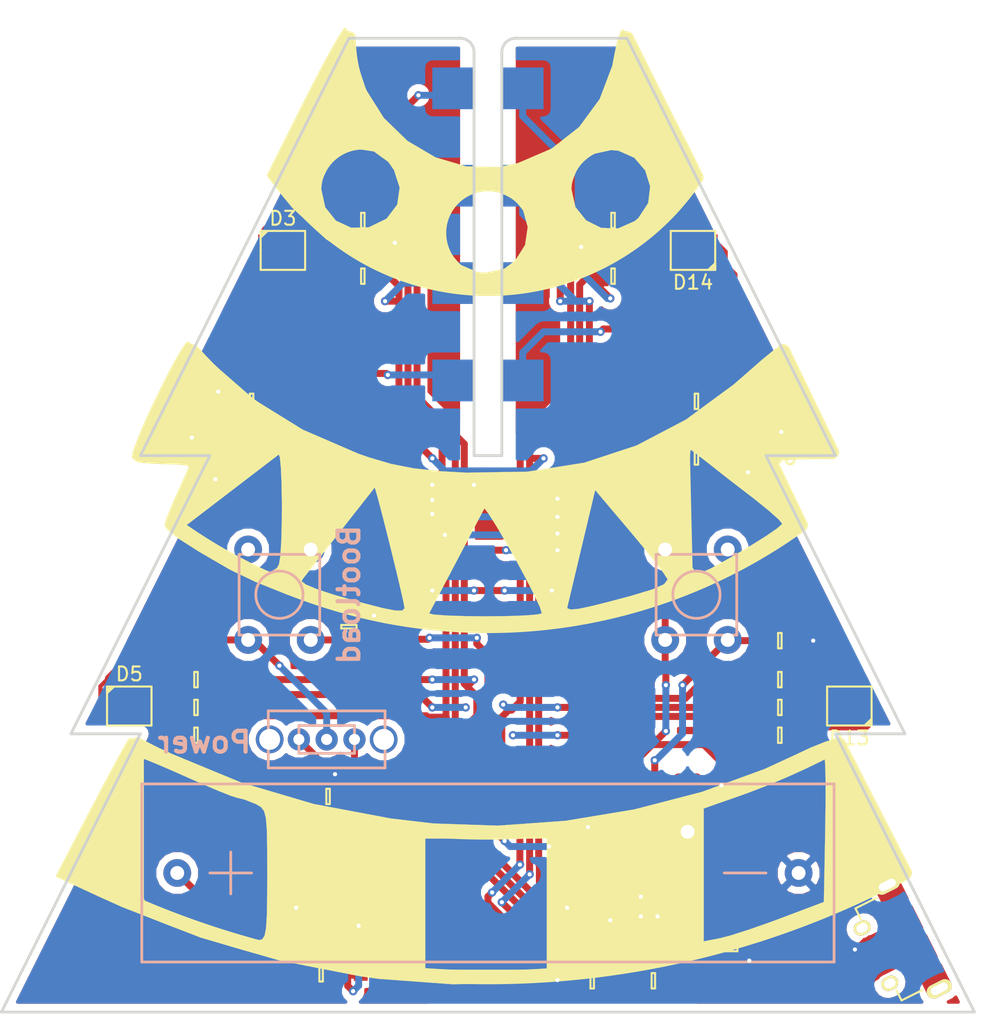
<source format=kicad_pcb>
(kicad_pcb (version 4) (host pcbnew 4.0.0-rc1-stable)
  (layers (0 F.Cu signal) (31 B.Cu signal) (34 B.Paste user) (35 F.Paste user) (36 B.SilkS user) (37 F.SilkS user) (38 B.Mask user) (39 F.Mask user) (44 Edge.Cuts user))
  (net 0 "")
  (net 1 /SWCLK)
  (net 2 /SWDIO)
  (net 3 /USB_DP)
  (net 4 /USB_DM)
  (net 5 3v3)
  (net 6 GND)
  (net 7 /USB_DETECT)
  (net 8 /SWITCH)
  (net 9 5v)
  (net 10 /USB_3V3)
  (net 11 /VBATT)
  (net 12 "Net-(IC3-Pad5)")
  (net 13 /BATT_3V3)
  (net 14 "Net-(D3-Pad4)")
  (net 15 "Net-(D3-Pad1)")
  (net 16 "Net-(D3-Pad3)")
  (net 17 "Net-(D5-Pad4)")
  (net 18 "Net-(D5-Pad1)")
  (net 19 "Net-(D5-Pad3)")
  (net 20 "Net-(D6-Pad4)")
  (net 21 "Net-(D6-Pad1)")
  (net 22 "Net-(D6-Pad3)")
  (net 23 "Net-(D10-Pad4)")
  (net 24 "Net-(D10-Pad1)")
  (net 25 "Net-(D10-Pad3)")
  (net 26 "Net-(D13-Pad4)")
  (net 27 "Net-(D13-Pad1)")
  (net 28 "Net-(D13-Pad3)")
  (net 29 "Net-(D14-Pad4)")
  (net 30 "Net-(D14-Pad1)")
  (net 31 "Net-(D14-Pad3)")
  (net 32 /LED1R)
  (net 33 /LED1G)
  (net 34 /LED1B)
  (net 35 /LED2R)
  (net 36 /LED2G)
  (net 37 /LED2B)
  (net 38 /BUTTON)
  (module agg:AAA_HOLDER (layer B.Cu) (at 117 114.9 180)
    (fp_text reference J1)
    (fp_text value BATT)
    (pad 1 thru_hole circle (at -22.35 0 180) (size 2 2) (drill 1) (layers *.Cu *.Mask) (net 6 GND))
    (pad 2 thru_hole circle (at 22.35 0 180) (size 2 2) (drill 1) (layers *.Cu *.Mask) (net 11 /VBATT))
  )
  (module agg:SPDT_SWITCH (layer B.Cu) (at 105.4 105.3)
    (fp_text reference SW2)
    (fp_text value PWR_SWITCH)
    (pad 2 thru_hole circle (at 0 0) (size 1.6 1.6) (drill 0.8) (layers *.Cu *.Mask) (net 5 3v3))
    (pad 1 thru_hole circle (at -2 0) (size 1.6 1.6) (drill 0.8) (layers *.Cu *.Mask) (net 13 /BATT_3V3))
    (pad 3 thru_hole circle (at 2 0) (size 1.6 1.6) (drill 0.8) (layers *.Cu *.Mask) (net 10 /USB_3V3))
    (pad "" thru_hole circle (at 4.1 0) (size 2 2) (drill 1.5) (layers *.Cu *.Mask))
    (pad "" thru_hole circle (at -4.1 0) (size 2 2) (drill 1.5) (layers *.Cu *.Mask))
  )
  (module agg:0805 (layer F.Cu) (at 124.5 122.65 180)
    (fp_text reference R3)
    (fp_text value 10k)
    (pad 2 smd rect (at 0.9 0 180) (size 1.15 1.45) (layers F.Cu F.Paste F.Mask) (net 6 GND))
    (pad 1 smd rect (at -0.9 0 180) (size 1.15 1.45) (layers F.Cu F.Paste F.Mask) (net 7 /USB_DETECT))
  )
  (module agg:0805 (layer F.Cu) (at 138 98.2)
    (fp_text reference R4)
    (fp_text value 10k)
    (pad 2 smd rect (at 0.9 0) (size 1.15 1.45) (layers F.Cu F.Paste F.Mask) (net 6 GND))
    (pad 1 smd rect (at -0.9 0) (size 1.15 1.45) (layers F.Cu F.Paste F.Mask) (net 38 /BUTTON))
  )
  (module agg:0805 (layer F.Cu) (at 108 68)
    (fp_text reference R7)
    (fp_text value 510)
    (pad 2 smd rect (at 0.9 0) (size 1.15 1.45) (layers F.Cu F.Paste F.Mask) (net 32 /LED1R))
    (pad 1 smd rect (at -0.9 0) (size 1.15 1.45) (layers F.Cu F.Paste F.Mask) (net 15 "Net-(D3-Pad1)"))
  )
  (module agg:0805 (layer F.Cu) (at 128.9 122.65 180)
    (fp_text reference R2)
    (fp_text value 10k)
    (pad 1 smd rect (at -0.9 0 180) (size 1.15 1.45) (layers F.Cu F.Paste F.Mask) (net 9 5v))
    (pad 2 smd rect (at 0.9 0 180) (size 1.15 1.45) (layers F.Cu F.Paste F.Mask) (net 7 /USB_DETECT))
  )
  (module agg:0805 (layer F.Cu) (at 107 97.2 90)
    (fp_text reference R1)
    (fp_text value 10k)
    (pad 2 smd rect (at 0.9 0 90) (size 1.15 1.45) (layers F.Cu F.Paste F.Mask) (net 6 GND))
    (pad 1 smd rect (at -0.9 0 90) (size 1.15 1.45) (layers F.Cu F.Paste F.Mask) (net 8 /SWITCH))
  )
  (module agg:0805 (layer F.Cu) (at 105.5 109.4)
    (fp_text reference C7)
    (fp_text value 10µ)
    (pad 1 smd rect (at -0.9 0) (size 1.15 1.45) (layers F.Cu F.Paste F.Mask) (net 13 /BATT_3V3))
    (pad 2 smd rect (at 0.9 0) (size 1.15 1.45) (layers F.Cu F.Paste F.Mask) (net 6 GND))
  )
  (module agg:0805 (layer F.Cu) (at 105 122.15 180)
    (fp_text reference C6)
    (fp_text value 1µ)
    (pad 2 smd rect (at 0.9 0 180) (size 1.15 1.45) (layers F.Cu F.Paste F.Mask) (net 6 GND))
    (pad 1 smd rect (at -0.9 0 180) (size 1.15 1.45) (layers F.Cu F.Paste F.Mask) (net 10 /USB_3V3))
  )
  (module agg:0805 (layer F.Cu) (at 105 119.6 180)
    (fp_text reference C5)
    (fp_text value 1µ)
    (pad 1 smd rect (at -0.9 0 180) (size 1.15 1.45) (layers F.Cu F.Paste F.Mask) (net 9 5v))
    (pad 2 smd rect (at 0.9 0 180) (size 1.15 1.45) (layers F.Cu F.Paste F.Mask) (net 6 GND))
  )
  (module agg:0805 (layer F.Cu) (at 105.5 117.5 180)
    (fp_text reference C4)
    (fp_text value 10µ)
    (pad 2 smd rect (at 0.9 0 180) (size 1.15 1.45) (layers F.Cu F.Paste F.Mask) (net 6 GND))
    (pad 1 smd rect (at -0.9 0 180) (size 1.15 1.45) (layers F.Cu F.Paste F.Mask) (net 11 /VBATT))
  )
  (module agg:0805 (layer F.Cu) (at 125 113)
    (fp_text reference C3)
    (fp_text value 100n)
    (pad 1 smd rect (at -0.9 0) (size 1.15 1.45) (layers F.Cu F.Paste F.Mask) (net 6 GND))
    (pad 2 smd rect (at 0.9 0) (size 1.15 1.45) (layers F.Cu F.Paste F.Mask) (net 5 3v3))
  )
  (module agg:0805 (layer F.Cu) (at 134.4 120.4 90)
    (fp_text reference C1)
    (fp_text value 10µ)
    (pad 2 smd rect (at 0.9 0 90) (size 1.15 1.45) (layers F.Cu F.Paste F.Mask) (net 5 3v3))
    (pad 1 smd rect (at -0.9 0 90) (size 1.15 1.45) (layers F.Cu F.Paste F.Mask) (net 6 GND))
  )
  (module agg:0805 (layer F.Cu) (at 132.4 120.4 90)
    (fp_text reference C2)
    (fp_text value 100n)
    (pad 1 smd rect (at -0.9 0 90) (size 1.15 1.45) (layers F.Cu F.Paste F.Mask) (net 6 GND))
    (pad 2 smd rect (at 0.9 0 90) (size 1.15 1.45) (layers F.Cu F.Paste F.Mask) (net 5 3v3))
  )
  (module agg:2016M (layer F.Cu) (at 105.5 114.7 180)
    (fp_text reference L1)
    (fp_text value 4µ7)
    (pad 1 smd rect (at -0.75 0 180) (size 0.8 1.7) (layers F.Cu F.Paste F.Mask) (net 11 /VBATT))
    (pad 2 smd rect (at 0.75 0 180) (size 0.8 1.7) (layers F.Cu F.Paste F.Mask) (net 12 "Net-(IC3-Pad5)"))
  )
  (module agg:MICROUSB_MOLEX_47589-0001 (layer F.Cu) (at 147.6 119.5 116.6)
    (fp_text reference J2)
    (fp_text value MICROUSB)
    (pad 3 smd rect (at 0 -2.675001 116.6) (size 0.4 1.35) (layers F.Cu F.Paste F.Mask) (net 3 /USB_DP))
    (pad 4 smd rect (at 0.65 -2.675 116.6) (size 0.4 1.35) (layers F.Cu F.Paste F.Mask))
    (pad 2 smd rect (at -0.65 -2.675 116.6) (size 0.4 1.35) (layers F.Cu F.Paste F.Mask) (net 4 /USB_DM))
    (pad 1 smd rect (at -1.3 -2.675 116.6) (size 0.4 1.35) (layers F.Cu F.Paste F.Mask) (net 9 5v))
    (pad 5 smd rect (at 1.3 -2.675 116.6) (size 0.4 1.35) (layers F.Cu F.Paste F.Mask) (net 6 GND))
    (pad S thru_hole oval (at 2.225 -3 116.6) (size 1 1.25) (drill oval 0.65 0.85) (layers *.Cu *.Mask F.SilkS))
    (pad "" thru_hole oval (at -2.224999 -3 116.6) (size 1 1.25) (drill oval 0.65 0.85) (layers *.Cu *.Mask F.SilkS))
    (pad "" smd rect (at 1.15 0 116.6) (size 1.8 1.9) (layers F.Cu F.Paste F.Mask))
    (pad "" smd rect (at -1.15 0 116.6) (size 1.8 1.9) (layers F.Cu F.Paste F.Mask))
    (pad "" smd rect (at 3.3875 0 116.6) (size 1.575 1.9) (layers F.Cu F.Paste F.Mask))
    (pad "" thru_hole oval (at 4.175 0 116.6) (size 1 1.9) (drill oval 0.6 1.3) (layers *.Cu *.Mask F.SilkS))
    (pad "" smd rect (at -3.3875 0 116.6) (size 1.575 1.9) (layers F.Cu F.Paste F.Mask))
    (pad "" thru_hole oval (at -4.175 0 116.6) (size 1 1.9) (drill oval 0.6 1.3) (layers *.Cu *.Mask F.SilkS))
  )
  (module agg:SC-70-6 (layer F.Cu) (at 105.5 112.15 180)
    (fp_text reference IC3)
    (fp_text value TLV61225)
    (pad 1 smd rect (at -1.1 -0.65 180) (size 0.95 0.4) (layers F.Cu F.Paste F.Mask) (net 11 /VBATT))
    (pad 2 smd rect (at -1.1 0 180) (size 0.95 0.4) (layers F.Cu F.Paste F.Mask) (net 13 /BATT_3V3))
    (pad 3 smd rect (at -1.1 0.65 180) (size 0.95 0.4) (layers F.Cu F.Paste F.Mask) (net 6 GND))
    (pad 4 smd rect (at 1.1 0.65 180) (size 0.95 0.4) (layers F.Cu F.Paste F.Mask) (net 13 /BATT_3V3))
    (pad 5 smd rect (at 1.1 0 180) (size 0.95 0.4) (layers F.Cu F.Paste F.Mask) (net 12 "Net-(IC3-Pad5)"))
    (pad 6 smd rect (at 1.1 -0.65 180) (size 0.95 0.4) (layers F.Cu F.Paste F.Mask) (net 11 /VBATT))
  )
  (module agg:SOT-23 (layer F.Cu) (at 109 121.4)
    (fp_text reference IC2)
    (fp_text value MCP1700)
    (pad 1 smd rect (at -1.15 -0.95) (size 1 0.6) (layers F.Cu F.Paste F.Mask) (net 6 GND))
    (pad 2 smd rect (at -1.15 0.95) (size 1 0.6) (layers F.Cu F.Paste F.Mask) (net 10 /USB_3V3))
    (pad 3 smd rect (at 1.15 0) (size 1 0.6) (layers F.Cu F.Paste F.Mask) (net 9 5v))
  )
  (module agg:TC2030-NL (layer F.Cu) (at 131.36 109.4 90)
    (fp_text reference P1)
    (fp_text value SWD_TC)
    (pad 1 smd circle (at -1.27 0.64 90) (size 0.787 0.787) (layers F.Cu F.Mask) (net 5 3v3))
    (pad 2 smd circle (at -1.27 -0.63 90) (size 0.787 0.787) (layers F.Cu F.Mask) (net 2 /SWDIO))
    (pad 3 smd circle (at 0 0.64 90) (size 0.787 0.787) (layers F.Cu F.Mask))
    (pad 4 smd circle (at 0 -0.63 90) (size 0.787 0.787) (layers F.Cu F.Mask) (net 1 /SWCLK))
    (pad 5 smd circle (at 1.27 0.64 90) (size 0.787 0.787) (layers F.Cu F.Mask) (net 6 GND))
    (pad 6 smd circle (at 1.27 -0.63 90) (size 0.787 0.787) (layers F.Cu F.Mask))
    (pad "" np_thru_hole circle (at -2.54 0.005 90) (size 1 1) (drill 1) (layers *.Cu *.Mask F.SilkS))
    (pad "" np_thru_hole circle (at 2.54 1.021 90) (size 1 1) (drill 1) (layers *.Cu *.Mask F.SilkS))
    (pad "" np_thru_hole circle (at 2.54 -1.011 90) (size 1 1) (drill 1) (layers *.Cu *.Mask F.SilkS))
  )
  (module agg:TSSOP-20 (layer F.Cu) (at 127.4 117.75)
    (fp_text reference IC1)
    (fp_text value STM32F042F6P6)
    (pad 1 smd rect (at -2.875 -2.925) (size 1.35 0.45) (layers F.Cu F.Paste F.Mask) (net 8 /SWITCH))
    (pad 2 smd rect (at -2.875 -2.275) (size 1.35 0.45) (layers F.Cu F.Paste F.Mask))
    (pad 3 smd rect (at -2.875 -1.625) (size 1.35 0.45) (layers F.Cu F.Paste F.Mask))
    (pad 4 smd rect (at -2.875 -0.975) (size 1.35 0.45) (layers F.Cu F.Paste F.Mask))
    (pad 5 smd rect (at -2.875 -0.325) (size 1.35 0.45) (layers F.Cu F.Paste F.Mask) (net 5 3v3))
    (pad 6 smd rect (at -2.875 0.325) (size 1.35 0.45) (layers F.Cu F.Paste F.Mask) (net 32 /LED1R))
    (pad 7 smd rect (at -2.875 0.975) (size 1.35 0.45) (layers F.Cu F.Paste F.Mask) (net 33 /LED1G))
    (pad 8 smd rect (at -2.875 1.625) (size 1.35 0.45) (layers F.Cu F.Paste F.Mask) (net 34 /LED1B))
    (pad 9 smd rect (at -2.875 2.275) (size 1.35 0.45) (layers F.Cu F.Paste F.Mask) (net 35 /LED2R))
    (pad 10 smd rect (at -2.875 2.925) (size 1.35 0.45) (layers F.Cu F.Paste F.Mask) (net 36 /LED2G))
    (pad 11 smd rect (at 2.875 2.925) (size 1.35 0.45) (layers F.Cu F.Paste F.Mask) (net 7 /USB_DETECT))
    (pad 12 smd rect (at 2.875 2.275) (size 1.35 0.45) (layers F.Cu F.Paste F.Mask) (net 37 /LED2B))
    (pad 13 smd rect (at 2.875 1.625) (size 1.35 0.45) (layers F.Cu F.Paste F.Mask) (net 38 /BUTTON))
    (pad 14 smd rect (at 2.875 0.975) (size 1.35 0.45) (layers F.Cu F.Paste F.Mask))
    (pad 15 smd rect (at 2.875 0.325) (size 1.35 0.45) (layers F.Cu F.Paste F.Mask) (net 6 GND))
    (pad 16 smd rect (at 2.875 -0.325) (size 1.35 0.45) (layers F.Cu F.Paste F.Mask) (net 5 3v3))
    (pad 17 smd rect (at 2.875 -0.975) (size 1.35 0.45) (layers F.Cu F.Paste F.Mask) (net 4 /USB_DM))
    (pad 18 smd rect (at 2.875 -1.625) (size 1.35 0.45) (layers F.Cu F.Paste F.Mask) (net 3 /USB_DP))
    (pad 19 smd rect (at 2.875 -2.275) (size 1.35 0.45) (layers F.Cu F.Paste F.Mask) (net 2 /SWDIO))
    (pad 20 smd rect (at 2.875 -2.925) (size 1.35 0.45) (layers F.Cu F.Paste F.Mask) (net 1 /SWCLK))
  )
  (module yule:CREE_RGB_LED (layer F.Cu) (at 102.25 70.15)
    (fp_text reference D3 (at 0 -2.3) (layer F.SilkS))
    (fp_text value LED_RABG)
    (pad 4 smd rect (at 1.375 -0.75) (size 0.8 0.8) (layers F.Cu F.Paste F.Mask) (net 14 "Net-(D3-Pad4)"))
    (pad 1 smd rect (at -1.375 -0.75) (size 0.8 0.8) (layers F.Cu F.Paste F.Mask) (net 15 "Net-(D3-Pad1)"))
    (pad 2 smd rect (at -1.375 0.75) (size 0.8 0.8) (layers F.Cu F.Paste F.Mask) (net 5 3v3))
    (pad 3 smd rect (at 1.375 0.75) (size 0.8 0.8) (layers F.Cu F.Paste F.Mask) (net 16 "Net-(D3-Pad3)"))
  )
  (module yule:CREE_RGB_LED (layer F.Cu) (at 91.2 102.9)
    (fp_text reference D5 (at 0 -2.3) (layer F.SilkS))
    (fp_text value LED_RABG)
    (pad 4 smd rect (at 1.375 -0.75) (size 0.8 0.8) (layers F.Cu F.Paste F.Mask) (net 17 "Net-(D5-Pad4)"))
    (pad 1 smd rect (at -1.375 -0.75) (size 0.8 0.8) (layers F.Cu F.Paste F.Mask) (net 18 "Net-(D5-Pad1)"))
    (pad 2 smd rect (at -1.375 0.75) (size 0.8 0.8) (layers F.Cu F.Paste F.Mask) (net 5 3v3))
    (pad 3 smd rect (at 1.375 0.75) (size 0.8 0.8) (layers F.Cu F.Paste F.Mask) (net 19 "Net-(D5-Pad3)"))
  )
  (module yule:CREE_RGB_LED (layer F.Cu) (at 138.25 82.75 180)
    (fp_text reference D6 (at 0 -2.3 180) (layer F.SilkS))
    (fp_text value LED_RABG)
    (pad 4 smd rect (at 1.375 -0.75 180) (size 0.8 0.8) (layers F.Cu F.Paste F.Mask) (net 20 "Net-(D6-Pad4)"))
    (pad 1 smd rect (at -1.375 -0.75 180) (size 0.8 0.8) (layers F.Cu F.Paste F.Mask) (net 21 "Net-(D6-Pad1)"))
    (pad 2 smd rect (at -1.375 0.75 180) (size 0.8 0.8) (layers F.Cu F.Paste F.Mask) (net 5 3v3))
    (pad 3 smd rect (at 1.375 0.75 180) (size 0.8 0.8) (layers F.Cu F.Paste F.Mask) (net 22 "Net-(D6-Pad3)"))
  )
  (module yule:CREE_RGB_LED (layer F.Cu) (at 95.75 82.75)
    (fp_text reference D10 (at 0 -2.3) (layer F.SilkS))
    (fp_text value LED_RABG)
    (pad 4 smd rect (at 1.375 -0.75) (size 0.8 0.8) (layers F.Cu F.Paste F.Mask) (net 23 "Net-(D10-Pad4)"))
    (pad 1 smd rect (at -1.375 -0.75) (size 0.8 0.8) (layers F.Cu F.Paste F.Mask) (net 24 "Net-(D10-Pad1)"))
    (pad 2 smd rect (at -1.375 0.75) (size 0.8 0.8) (layers F.Cu F.Paste F.Mask) (net 5 3v3))
    (pad 3 smd rect (at 1.375 0.75) (size 0.8 0.8) (layers F.Cu F.Paste F.Mask) (net 25 "Net-(D10-Pad3)"))
  )
  (module yule:CREE_RGB_LED (layer F.Cu) (at 143 102.9 180)
    (fp_text reference D13 (at 0 -2.3 180) (layer F.SilkS))
    (fp_text value LED_RABG)
    (pad 4 smd rect (at 1.375 -0.75 180) (size 0.8 0.8) (layers F.Cu F.Paste F.Mask) (net 26 "Net-(D13-Pad4)"))
    (pad 1 smd rect (at -1.375 -0.75 180) (size 0.8 0.8) (layers F.Cu F.Paste F.Mask) (net 27 "Net-(D13-Pad1)"))
    (pad 2 smd rect (at -1.375 0.75 180) (size 0.8 0.8) (layers F.Cu F.Paste F.Mask) (net 5 3v3))
    (pad 3 smd rect (at 1.375 0.75 180) (size 0.8 0.8) (layers F.Cu F.Paste F.Mask) (net 28 "Net-(D13-Pad3)"))
  )
  (module yule:CREE_RGB_LED (layer F.Cu) (at 131.75 70.15 180)
    (fp_text reference D14 (at 0 -2.3 180) (layer F.SilkS))
    (fp_text value LED_RABG)
    (pad 4 smd rect (at 1.375 -0.75 180) (size 0.8 0.8) (layers F.Cu F.Paste F.Mask) (net 29 "Net-(D14-Pad4)"))
    (pad 1 smd rect (at -1.375 -0.75 180) (size 0.8 0.8) (layers F.Cu F.Paste F.Mask) (net 30 "Net-(D14-Pad1)"))
    (pad 2 smd rect (at -1.375 0.75 180) (size 0.8 0.8) (layers F.Cu F.Paste F.Mask) (net 5 3v3))
    (pad 3 smd rect (at 1.375 0.75 180) (size 0.8 0.8) (layers F.Cu F.Paste F.Mask) (net 31 "Net-(D14-Pad3)"))
  )
  (module agg:0805 (layer F.Cu) (at 108 70)
    (fp_text reference R12)
    (fp_text value 510)
    (pad 1 smd rect (at -0.9 0) (size 1.15 1.45) (layers F.Cu F.Paste F.Mask) (net 14 "Net-(D3-Pad4)"))
    (pad 2 smd rect (at 0.9 0) (size 1.15 1.45) (layers F.Cu F.Paste F.Mask) (net 33 /LED1G))
  )
  (module agg:0805 (layer F.Cu) (at 108 72)
    (fp_text reference R15)
    (fp_text value 510)
    (pad 1 smd rect (at -0.9 0) (size 1.15 1.45) (layers F.Cu F.Paste F.Mask) (net 16 "Net-(D3-Pad3)"))
    (pad 2 smd rect (at 0.9 0) (size 1.15 1.45) (layers F.Cu F.Paste F.Mask) (net 34 /LED1B))
  )
  (module agg:0805 (layer F.Cu) (at 96 101)
    (fp_text reference R17)
    (fp_text value 510)
    (pad 1 smd rect (at -0.9 0) (size 1.15 1.45) (layers F.Cu F.Paste F.Mask) (net 18 "Net-(D5-Pad1)"))
    (pad 2 smd rect (at 0.9 0) (size 1.15 1.45) (layers F.Cu F.Paste F.Mask) (net 32 /LED1R))
  )
  (module agg:0805 (layer F.Cu) (at 132 85 180)
    (fp_text reference R18)
    (fp_text value 510)
    (pad 1 smd rect (at -0.9 0 180) (size 1.15 1.45) (layers F.Cu F.Paste F.Mask) (net 21 "Net-(D6-Pad1)"))
    (pad 2 smd rect (at 0.9 0 180) (size 1.15 1.45) (layers F.Cu F.Paste F.Mask) (net 32 /LED1R))
  )
  (module agg:0805 (layer F.Cu) (at 96 103)
    (fp_text reference R20)
    (fp_text value 510)
    (pad 1 smd rect (at -0.9 0) (size 1.15 1.45) (layers F.Cu F.Paste F.Mask) (net 17 "Net-(D5-Pad4)"))
    (pad 2 smd rect (at 0.9 0) (size 1.15 1.45) (layers F.Cu F.Paste F.Mask) (net 33 /LED1G))
  )
  (module agg:0805 (layer F.Cu) (at 132 83 180)
    (fp_text reference R21)
    (fp_text value 510)
    (pad 1 smd rect (at -0.9 0 180) (size 1.15 1.45) (layers F.Cu F.Paste F.Mask) (net 20 "Net-(D6-Pad4)"))
    (pad 2 smd rect (at 0.9 0 180) (size 1.15 1.45) (layers F.Cu F.Paste F.Mask) (net 33 /LED1G))
  )
  (module agg:0805 (layer F.Cu) (at 96 105)
    (fp_text reference R23)
    (fp_text value 510)
    (pad 1 smd rect (at -0.9 0) (size 1.15 1.45) (layers F.Cu F.Paste F.Mask) (net 19 "Net-(D5-Pad3)"))
    (pad 2 smd rect (at 0.9 0) (size 1.15 1.45) (layers F.Cu F.Paste F.Mask) (net 34 /LED1B))
  )
  (module agg:0805 (layer F.Cu) (at 132 81 180)
    (fp_text reference R24)
    (fp_text value 510)
    (pad 1 smd rect (at -0.9 0 180) (size 1.15 1.45) (layers F.Cu F.Paste F.Mask) (net 22 "Net-(D6-Pad3)"))
    (pad 2 smd rect (at 0.9 0 180) (size 1.15 1.45) (layers F.Cu F.Paste F.Mask) (net 34 /LED1B))
  )
  (module agg:0805 (layer F.Cu) (at 100 81)
    (fp_text reference R26)
    (fp_text value 510)
    (pad 1 smd rect (at -0.9 0) (size 1.15 1.45) (layers F.Cu F.Paste F.Mask) (net 24 "Net-(D10-Pad1)"))
    (pad 2 smd rect (at 0.9 0) (size 1.15 1.45) (layers F.Cu F.Paste F.Mask) (net 35 /LED2R))
  )
  (module agg:0805 (layer F.Cu) (at 100 83)
    (fp_text reference R29)
    (fp_text value 510)
    (pad 1 smd rect (at -0.9 0) (size 1.15 1.45) (layers F.Cu F.Paste F.Mask) (net 23 "Net-(D10-Pad4)"))
    (pad 2 smd rect (at 0.9 0) (size 1.15 1.45) (layers F.Cu F.Paste F.Mask) (net 36 /LED2G))
  )
  (module agg:0805 (layer F.Cu) (at 100 85)
    (fp_text reference R32)
    (fp_text value 510)
    (pad 1 smd rect (at -0.9 0) (size 1.15 1.45) (layers F.Cu F.Paste F.Mask) (net 25 "Net-(D10-Pad3)"))
    (pad 2 smd rect (at 0.9 0) (size 1.15 1.45) (layers F.Cu F.Paste F.Mask) (net 37 /LED2B))
  )
  (module agg:0805 (layer F.Cu) (at 138 105 180)
    (fp_text reference R35)
    (fp_text value 510)
    (pad 1 smd rect (at -0.9 0 180) (size 1.15 1.45) (layers F.Cu F.Paste F.Mask) (net 27 "Net-(D13-Pad1)"))
    (pad 2 smd rect (at 0.9 0 180) (size 1.15 1.45) (layers F.Cu F.Paste F.Mask) (net 35 /LED2R))
  )
  (module agg:0805 (layer F.Cu) (at 126 72 180)
    (fp_text reference R36)
    (fp_text value 510)
    (pad 1 smd rect (at -0.9 0 180) (size 1.15 1.45) (layers F.Cu F.Paste F.Mask) (net 30 "Net-(D14-Pad1)"))
    (pad 2 smd rect (at 0.9 0 180) (size 1.15 1.45) (layers F.Cu F.Paste F.Mask) (net 35 /LED2R))
  )
  (module agg:0805 (layer F.Cu) (at 138 103 180)
    (fp_text reference R38)
    (fp_text value 510)
    (pad 1 smd rect (at -0.9 0 180) (size 1.15 1.45) (layers F.Cu F.Paste F.Mask) (net 26 "Net-(D13-Pad4)"))
    (pad 2 smd rect (at 0.9 0 180) (size 1.15 1.45) (layers F.Cu F.Paste F.Mask) (net 36 /LED2G))
  )
  (module agg:0805 (layer F.Cu) (at 126 70 180)
    (fp_text reference R39)
    (fp_text value 510)
    (pad 1 smd rect (at -0.9 0 180) (size 1.15 1.45) (layers F.Cu F.Paste F.Mask) (net 29 "Net-(D14-Pad4)"))
    (pad 2 smd rect (at 0.9 0 180) (size 1.15 1.45) (layers F.Cu F.Paste F.Mask) (net 36 /LED2G))
  )
  (module agg:0805 (layer F.Cu) (at 138 101 180)
    (fp_text reference R41)
    (fp_text value 510)
    (pad 1 smd rect (at -0.9 0 180) (size 1.15 1.45) (layers F.Cu F.Paste F.Mask) (net 28 "Net-(D13-Pad3)"))
    (pad 2 smd rect (at 0.9 0 180) (size 1.15 1.45) (layers F.Cu F.Paste F.Mask) (net 37 /LED2B))
  )
  (module agg:0805 (layer F.Cu) (at 126 68 180)
    (fp_text reference R42)
    (fp_text value 510)
    (pad 1 smd rect (at -0.9 0 180) (size 1.15 1.45) (layers F.Cu F.Paste F.Mask) (net 31 "Net-(D14-Pad3)"))
    (pad 2 smd rect (at 0.9 0 180) (size 1.15 1.45) (layers F.Cu F.Paste F.Mask) (net 37 /LED2B))
  )
  (module yule:MOM_SWITCH (layer B.Cu) (at 102 94.9 270)
    (fp_text reference SW1)
    (fp_text value BOOTLOAD)
    (pad "" thru_hole circle (at -3.25 2.25 270) (size 2 2) (drill 1) (layers *.Cu *.Mask))
    (pad "" thru_hole circle (at -3.25 -2.25 270) (size 2 2) (drill 1) (layers *.Cu *.Mask))
    (pad 2 thru_hole circle (at 3.25 -2.25 270) (size 2 2) (drill 1) (layers *.Cu *.Mask) (net 8 /SWITCH))
    (pad 1 thru_hole circle (at 3.25 2.25 270) (size 2 2) (drill 1) (layers *.Cu *.Mask) (net 5 3v3))
  )
  (module yule:MOM_SWITCH (layer B.Cu) (at 132 94.9 270)
    (fp_text reference SW3)
    (fp_text value BUTTON)
    (pad "" thru_hole circle (at -3.25 2.25 270) (size 2 2) (drill 1) (layers *.Cu *.Mask))
    (pad "" thru_hole circle (at -3.25 -2.25 270) (size 2 2) (drill 1) (layers *.Cu *.Mask))
    (pad 2 thru_hole circle (at 3.25 -2.25 270) (size 2 2) (drill 1) (layers *.Cu *.Mask) (net 38 /BUTTON))
    (pad 1 thru_hole circle (at 3.25 2.25 270) (size 2 2) (drill 1) (layers *.Cu *.Mask) (net 5 3v3))
  )
  (module yule:Interboard (layer B.Cu) (at 117 55.5 180)
    (fp_text reference J3)
    (fp_text value CONN_01x08)
    (pad 1 smd rect (at 2.5 -3 180) (size 3 3) (layers B.Cu B.Paste B.Mask) (net 32 /LED1R))
    (pad 2 smd rect (at 2.5 -10 180) (size 3 3) (layers B.Cu B.Paste B.Mask) (net 33 /LED1G))
    (pad 3 smd rect (at 2.5 -17 180) (size 3 3) (layers B.Cu B.Paste B.Mask) (net 34 /LED1B))
    (pad 4 smd rect (at 2.5 -24 180) (size 3 3) (layers B.Cu B.Paste B.Mask) (net 5 3v3))
    (pad 5 smd rect (at -2.5 -24 180) (size 3 3) (layers B.Cu B.Paste B.Mask) (net 5 3v3))
    (pad 6 smd rect (at -2.5 -17 180) (size 3 3) (layers B.Cu B.Paste B.Mask) (net 37 /LED2B))
    (pad 7 smd rect (at -2.5 -10 180) (size 3 3) (layers B.Cu B.Paste B.Mask) (net 35 /LED2R))
    (pad 8 smd rect (at -2.5 -3 180) (size 3 3) (layers B.Cu B.Paste B.Mask) (net 36 /LED2G))
  )
  (module yule:tree_silk_scaled (layer F.Cu) (at 117 89.75)
    (fp_text reference X1 hide)
    (fp_text value Silk_art hide)
  )
  (gr_text Bootload (at 107 94.9 90) (layer B.SilkS) (effects (font (size 1.5 1.5) (thickness 0.3)) (justify mirror)))
  (gr_text Power (at 96.6 105.5) (layer B.SilkS) (effects (font (size 1.5 1.5) (thickness 0.3)) (justify mirror)))
  (gr_line (start 97 82.15) (end 96.5 82.4) (layer F.SilkS) (width 1))
  (gr_line (start 97 82.9) (end 97 82.15) (layer F.SilkS) (width 1))
  (gr_line (start 95.5 82.9) (end 97 82.9) (layer F.SilkS) (width 1))
  (gr_line (start 96.5 81.15) (end 95.5 82.9) (layer F.SilkS) (width 1))
  (gr_line (start 96.75 81.15) (end 96.5 81.15) (layer F.SilkS) (width 1))
  (gr_line (start 98.25 82.4) (end 96.75 81.15) (layer F.SilkS) (width 1))
  (gr_line (start 97.25 83.4) (end 98.25 82.4) (layer F.SilkS) (width 1))
  (gr_line (start 94.5 83.4) (end 97.25 83.4) (layer F.SilkS) (width 1))
  (gr_line (start 96.25 79.9) (end 94.5 83.4) (layer F.SilkS) (width 1))
  (gr_line (start 99.25 82.4) (end 96.25 79.9) (layer F.SilkS) (width 1))
  (gr_line (start 99 82.65) (end 99.25 82.4) (layer F.SilkS) (width 1))
  (gr_line (start 97.5 84.15) (end 99 82.65) (layer F.SilkS) (width 1))
  (gr_line (start 93.25 84.15) (end 97.5 84.15) (layer F.SilkS) (width 1))
  (gr_line (start 96 78.65) (end 93.25 84.15) (layer F.SilkS) (width 1))
  (gr_line (start 100.5 82.65) (end 96 78.65) (layer F.SilkS) (width 1))
  (gr_line (start 100.25 82.65) (end 100.5 82.65) (layer F.SilkS) (width 1))
  (gr_line (start 97 85.4) (end 100.25 82.65) (layer F.SilkS) (width 1))
  (gr_line (start 101.25 82.9) (end 97 85.4) (layer F.SilkS) (width 1))
  (gr_line (start 97 86.15) (end 101.25 82.9) (layer F.SilkS) (width 1))
  (gr_line (start 97.5 86.9) (end 97 86.15) (layer F.SilkS) (width 1))
  (gr_line (start 101.75 83.4) (end 97.5 86.9) (layer F.SilkS) (width 1))
  (gr_line (start 98.5 84.9) (end 101.75 83.4) (layer F.SilkS) (width 1))
  (gr_line (start 94.5 89.9) (end 98.5 84.9) (layer F.SilkS) (width 1))
  (gr_line (start 96.75 84.9) (end 94.5 89.9) (layer F.SilkS) (width 1))
  (gr_line (start 92 84.9) (end 96.75 84.9) (layer F.SilkS) (width 1))
  (gr_line (start 95.75 77.4) (end 92 84.9) (layer F.SilkS) (width 1))
  (gr_line (start 104.75 86.65) (end 105.25 86.65) (layer F.SilkS) (width 1))
  (gr_line (start 104.75 88.4) (end 104.75 86.65) (layer F.SilkS) (width 1))
  (gr_line (start 106.25 86.4) (end 104.75 88.4) (layer F.SilkS) (width 1))
  (gr_line (start 104.25 85.65) (end 106.25 86.4) (layer F.SilkS) (width 1))
  (gr_line (start 104 90.4) (end 104.25 85.65) (layer F.SilkS) (width 1))
  (gr_line (start 107.25 86.15) (end 104 90.4) (layer F.SilkS) (width 1))
  (gr_line (start 103.75 84.4) (end 107.25 86.15) (layer F.SilkS) (width 1))
  (gr_line (start 103.25 92.4) (end 103.75 84.4) (layer F.SilkS) (width 1))
  (gr_line (start 103.25 92.15) (end 103.25 92.4) (layer F.SilkS) (width 1))
  (gr_line (start 108.25 86.15) (end 103.25 92.15) (layer F.SilkS) (width 1))
  (gr_line (start 113.5 88.9) (end 113.75 88.9) (layer F.SilkS) (width 1))
  (gr_line (start 137 82.15) (end 137.25 82.65) (layer F.SilkS) (width 1))
  (gr_line (start 138.75 82.9) (end 137 82.15) (layer F.SilkS) (width 1))
  (gr_line (start 138.25 82.65) (end 138.75 82.9) (layer F.SilkS) (width 1))
  (gr_line (start 137.75 81.15) (end 138.25 82.65) (layer F.SilkS) (width 1))
  (gr_line (start 135.75 82.15) (end 137.75 81.15) (layer F.SilkS) (width 1))
  (gr_line (start 137 83.4) (end 135.75 82.15) (layer F.SilkS) (width 1))
  (gr_line (start 139.5 83.4) (end 137 83.4) (layer F.SilkS) (width 1))
  (gr_line (start 138 79.9) (end 139.5 83.4) (layer F.SilkS) (width 1))
  (gr_line (start 135 82.15) (end 138 79.9) (layer F.SilkS) (width 1))
  (gr_line (start 136.5 83.9) (end 135 82.15) (layer F.SilkS) (width 1))
  (gr_line (start 140.5 83.9) (end 136.5 83.9) (layer F.SilkS) (width 1))
  (gr_line (start 138.25 78.65) (end 140.5 83.9) (layer F.SilkS) (width 1))
  (gr_line (start 133.75 82.15) (end 138.25 78.65) (layer F.SilkS) (width 1))
  (gr_line (start 134.25 82.15) (end 133.75 82.15) (layer F.SilkS) (width 1))
  (gr_line (start 136.75 85.4) (end 134.25 82.15) (layer F.SilkS) (width 1))
  (gr_line (start 133.5 82.65) (end 136.75 85.4) (layer F.SilkS) (width 1))
  (gr_line (start 137.25 86.65) (end 133.5 82.65) (layer F.SilkS) (width 1))
  (gr_line (start 133 82.9) (end 137.25 86.65) (layer F.SilkS) (width 1))
  (gr_line (start 138 87.9) (end 133 82.9) (layer F.SilkS) (width 1))
  (gr_line (start 132.25 83.4) (end 138 87.9) (layer F.SilkS) (width 1))
  (gr_line (start 137 84.65) (end 139.5 89.9) (layer F.SilkS) (width 1))
  (gr_line (start 141.75 84.65) (end 137 84.65) (layer F.SilkS) (width 1))
  (gr_line (start 138.25 77.4) (end 141.75 84.65) (layer F.SilkS) (width 1))
  (gr_line (start 129 86.65) (end 128.75 86.65) (layer F.SilkS) (width 1))
  (gr_line (start 129.25 88.9) (end 129 86.65) (layer F.SilkS) (width 1))
  (gr_line (start 127.5 86.4) (end 129.25 88.9) (layer F.SilkS) (width 1))
  (gr_line (start 129.75 85.4) (end 127.5 86.4) (layer F.SilkS) (width 1))
  (gr_line (start 129.75 90.4) (end 129.75 85.4) (layer F.SilkS) (width 1))
  (gr_line (start 126.25 86.15) (end 129.75 90.4) (layer F.SilkS) (width 1))
  (gr_line (start 130.25 84.4) (end 126.25 86.15) (layer F.SilkS) (width 1))
  (gr_line (start 130.5 92.4) (end 130.25 84.4) (layer F.SilkS) (width 1))
  (gr_line (start 125.25 86.15) (end 130.5 92.4) (layer F.SilkS) (width 1))
  (gr_line (start 103 83.4) (end 94.5 89.9) (layer F.SilkS) (width 1))
  (gr_line (start 102.75 94.15) (end 103 83.4) (layer F.SilkS) (width 1))
  (gr_line (start 109.25 85.9) (end 102.75 94.15) (layer F.SilkS) (width 1))
  (gr_line (start 131 83.4) (end 139.5 89.9) (layer F.SilkS) (width 1))
  (gr_line (start 131.25 94.15) (end 131 83.4) (layer F.SilkS) (width 1))
  (gr_line (start 113.25 89.15) (end 113.25 90.15) (layer F.SilkS) (width 1))
  (gr_line (start 113 89.65) (end 113.25 89.15) (layer F.SilkS) (width 1))
  (gr_line (start 112.25 88.4) (end 113 89.65) (layer F.SilkS) (width 1))
  (gr_line (start 114.5 88.4) (end 112.25 88.4) (layer F.SilkS) (width 1))
  (gr_line (start 113 91.65) (end 114.5 88.4) (layer F.SilkS) (width 1))
  (gr_line (start 111.25 87.65) (end 113 91.65) (layer F.SilkS) (width 1))
  (gr_line (start 115.25 87.9) (end 111.25 87.65) (layer F.SilkS) (width 1))
  (gr_line (start 112.75 93.15) (end 115.25 87.9) (layer F.SilkS) (width 1))
  (gr_line (start 110.5 86.9) (end 112.75 93.15) (layer F.SilkS) (width 1))
  (gr_line (start 116 88) (end 110.5 86.9) (layer F.SilkS) (width 1))
  (gr_line (start 112.25 94.9) (end 115.75 87.4) (layer F.SilkS) (width 1))
  (gr_line (start 110.25 86.65) (end 112.25 94.9) (layer F.SilkS) (width 1))
  (gr_line (start 120.5 88.4) (end 121 89.65) (layer F.SilkS) (width 1))
  (gr_line (start 121.75 88.15) (end 120.5 88.4) (layer F.SilkS) (width 1))
  (gr_line (start 121.25 91.4) (end 121.75 88.15) (layer F.SilkS) (width 1))
  (gr_line (start 119.5 88.15) (end 121.25 91.4) (layer F.SilkS) (width 1))
  (gr_line (start 122.75 87.4) (end 119.5 88.15) (layer F.SilkS) (width 1))
  (gr_line (start 121.5 93.15) (end 122.75 87.4) (layer F.SilkS) (width 1))
  (gr_line (start 118.5 87.4) (end 121.5 93.15) (layer F.SilkS) (width 1))
  (gr_line (start 123.75 86.9) (end 118.5 87.4) (layer F.SilkS) (width 1))
  (gr_line (start 121.75 95.15) (end 123.75 86.9) (layer F.SilkS) (width 1))
  (gr_line (start 122 94.65) (end 121.75 95.15) (layer F.SilkS) (width 1))
  (gr_line (start 117.75 87.4) (end 122 94.65) (layer F.SilkS) (width 1))
  (gr_line (start 112 96.65) (end 109.5 86.15) (layer F.SilkS) (width 1))
  (gr_line (start 117 87.15) (end 112 96.65) (layer F.SilkS) (width 1))
  (gr_line (start 124.5 86.15) (end 131.25 94.15) (layer F.SilkS) (width 1))
  (gr_line (start 122 96.65) (end 124.5 86.15) (layer F.SilkS) (width 1))
  (gr_line (start 117 87.15) (end 122 96.65) (layer F.SilkS) (width 1))
  (gr_line (start 126.25 114.15) (end 126 118.4) (layer F.SilkS) (width 1))
  (gr_line (start 108.5 114.65) (end 108 114.9) (layer F.SilkS) (width 1))
  (gr_line (start 110.25 113.4) (end 111.25 112.4) (layer F.SilkS) (width 1))
  (gr_line (start 89.5 114.4) (end 89.75 113.4) (layer F.SilkS) (width 1))
  (gr_line (start 89 114.15) (end 89.5 114.4) (layer F.SilkS) (width 1))
  (gr_line (start 90.25 110.65) (end 89 114.15) (layer F.SilkS) (width 1))
  (gr_line (start 90.5 115.15) (end 90.25 110.65) (layer F.SilkS) (width 1))
  (gr_line (start 88 114.65) (end 90.5 115.15) (layer F.SilkS) (width 1))
  (gr_line (start 91 107.9) (end 88 114.65) (layer F.SilkS) (width 1))
  (gr_line (start 91 116.15) (end 91 107.9) (layer F.SilkS) (width 1))
  (gr_line (start 87 114.9) (end 91 116.15) (layer F.SilkS) (width 1))
  (gr_line (start 91.75 105.65) (end 87 114.9) (layer F.SilkS) (width 1))
  (gr_line (start 106.25 116.9) (end 106.5 116.9) (layer F.SilkS) (width 1))
  (gr_line (start 107.25 116.9) (end 106.5 116.15) (layer F.SilkS) (width 1))
  (gr_line (start 107 115.65) (end 107.25 116.9) (layer F.SilkS) (width 1))
  (gr_line (start 105.75 115.15) (end 107 115.65) (layer F.SilkS) (width 1))
  (gr_line (start 106 117.4) (end 105.75 115.15) (layer F.SilkS) (width 1))
  (gr_line (start 106.25 117.4) (end 106 117.4) (layer F.SilkS) (width 1))
  (gr_line (start 108 117.9) (end 106.25 117.4) (layer F.SilkS) (width 1))
  (gr_line (start 107.75 114.9) (end 108 117.9) (layer F.SilkS) (width 1))
  (gr_line (start 105 114.15) (end 107.75 114.9) (layer F.SilkS) (width 1))
  (gr_line (start 105.25 118.15) (end 105 114.15) (layer F.SilkS) (width 1))
  (gr_line (start 108.75 118.9) (end 105.25 118.15) (layer F.SilkS) (width 1))
  (gr_line (start 108.75 114.4) (end 108.75 118.9) (layer F.SilkS) (width 1))
  (gr_line (start 104.25 113.15) (end 108.75 114.4) (layer F.SilkS) (width 1))
  (gr_line (start 104.25 118.65) (end 104.25 113.15) (layer F.SilkS) (width 1))
  (gr_line (start 110 119.9) (end 104.25 118.65) (layer F.SilkS) (width 1))
  (gr_line (start 109.5 119.65) (end 110 119.9) (layer F.SilkS) (width 1))
  (gr_line (start 109.25 113.65) (end 109.5 119.65) (layer F.SilkS) (width 1))
  (gr_line (start 103.5 112.15) (end 109.25 113.65) (layer F.SilkS) (width 1))
  (gr_line (start 103.5 119.4) (end 103.5 112.15) (layer F.SilkS) (width 1))
  (gr_line (start 110.5 120.65) (end 103.5 119.4) (layer F.SilkS) (width 1))
  (gr_line (start 110 112.9) (end 110.5 120.65) (layer F.SilkS) (width 1))
  (gr_line (start 102.75 111.4) (end 110 112.9) (layer F.SilkS) (width 1))
  (gr_line (start 102.75 120.15) (end 102.75 111.4) (layer F.SilkS) (width 1))
  (gr_line (start 111.25 121.4) (end 102.75 120.15) (layer F.SilkS) (width 1))
  (gr_line (start 111 112.4) (end 111.25 121.4) (layer F.SilkS) (width 1))
  (gr_line (start 102.25 110.4) (end 111 112.4) (layer F.SilkS) (width 1))
  (gr_line (start 127.75 117.15) (end 127.5 115.4) (layer F.SilkS) (width 1))
  (gr_line (start 126.75 117.4) (end 127.75 117.15) (layer F.SilkS) (width 1))
  (gr_line (start 126.75 114.9) (end 126.75 117.4) (layer F.SilkS) (width 1))
  (gr_line (start 128.25 114.4) (end 126.75 114.9) (layer F.SilkS) (width 1))
  (gr_line (start 128.5 117.65) (end 128.25 114.4) (layer F.SilkS) (width 1))
  (gr_line (start 125.75 118.15) (end 128.5 117.65) (layer F.SilkS) (width 1))
  (gr_line (start 125.75 114.4) (end 125.75 118.15) (layer F.SilkS) (width 1))
  (gr_line (start 129 113.4) (end 125.75 114.4) (layer F.SilkS) (width 1))
  (gr_line (start 129 118.4) (end 129 113.4) (layer F.SilkS) (width 1))
  (gr_line (start 125 118.9) (end 129 118.4) (layer F.SilkS) (width 1))
  (gr_line (start 125 113.65) (end 125 118.9) (layer F.SilkS) (width 1))
  (gr_line (start 129.5 112.4) (end 125 113.65) (layer F.SilkS) (width 1))
  (gr_line (start 129.75 118.9) (end 129.5 112.4) (layer F.SilkS) (width 1))
  (gr_line (start 124.25 119.9) (end 129.75 118.9) (layer F.SilkS) (width 1))
  (gr_line (start 124 113.15) (end 124.25 119.9) (layer F.SilkS) (width 1))
  (gr_line (start 130.25 111.4) (end 124 113.15) (layer F.SilkS) (width 1))
  (gr_line (start 130.5 119.65) (end 130.25 111.4) (layer F.SilkS) (width 1))
  (gr_line (start 123.75 120.9) (end 130.5 119.65) (layer F.SilkS) (width 1))
  (gr_line (start 123.25 112.4) (end 123.75 120.9) (layer F.SilkS) (width 1))
  (gr_line (start 131 110.65) (end 123.25 112.4) (layer F.SilkS) (width 1))
  (gr_line (start 131.25 120.15) (end 131 110.65) (layer F.SilkS) (width 1))
  (gr_line (start 123 121.65) (end 131.25 120.15) (layer F.SilkS) (width 1))
  (gr_line (start 122.75 112.15) (end 123 121.65) (layer F.SilkS) (width 1))
  (gr_line (start 145.25 114.4) (end 144.5 112.65) (layer F.SilkS) (width 1))
  (gr_line (start 144.25 114.65) (end 145.25 114.4) (layer F.SilkS) (width 1))
  (gr_line (start 143.25 108.9) (end 144.25 114.65) (layer F.SilkS) (width 1))
  (gr_line (start 146 114.65) (end 143.25 108.9) (layer F.SilkS) (width 1))
  (gr_line (start 143.5 115.4) (end 146 114.65) (layer F.SilkS) (width 1))
  (gr_line (start 142.25 105.65) (end 143.5 115.4) (layer F.SilkS) (width 1))
  (gr_line (start 147 114.9) (end 142.25 105.65) (layer F.SilkS) (width 1))
  (gr_line (start 142.75 116.15) (end 147 114.9) (layer F.SilkS) (width 1))
  (gr_line (start 142.25 105.9) (end 142.75 116.15) (layer F.SilkS) (width 1))
  (gr_line (start 142 117.15) (end 142 106.15) (layer F.SilkS) (width 1))
  (gr_line (start 91.75 116.9) (end 91.75 106.4) (layer F.SilkS) (width 1))
  (gr_line (start 122 111.9) (end 122 121.9) (layer F.SilkS) (width 1))
  (gr_line (start 112 111.9) (end 112 122.15) (layer F.SilkS) (width 1))
  (gr_line (start 132 110.15) (end 132 120.4) (layer F.SilkS) (width 1))
  (gr_line (start 102 109.9) (end 102 120.4) (layer F.SilkS) (width 1))
  (gr_line (start 107.5 61.4) (end 108 61.4) (layer F.SilkS) (width 1))
  (gr_line (start 108 60.15) (end 107.5 61.4) (layer F.SilkS) (width 1))
  (gr_line (start 109.25 62.15) (end 108 60.15) (layer F.SilkS) (width 1))
  (gr_line (start 106.5 62.15) (end 109.25 62.15) (layer F.SilkS) (width 1))
  (gr_line (start 107.5 59.15) (end 106.5 62.15) (layer F.SilkS) (width 1))
  (gr_line (start 105.25 63.15) (end 107.5 59.15) (layer F.SilkS) (width 1))
  (gr_line (start 107 58.4) (end 105.25 63.15) (layer F.SilkS) (width 1))
  (gr_line (start 103.75 64.65) (end 107 58.4) (layer F.SilkS) (width 1))
  (gr_line (start 104 66.15) (end 103.75 64.65) (layer F.SilkS) (width 1))
  (gr_line (start 102.75 64.9) (end 104 66.15) (layer F.SilkS) (width 1))
  (gr_line (start 107 56.9) (end 102.75 64.9) (layer F.SilkS) (width 1))
  (gr_line (start 102 64.9) (end 107 56.9) (layer F.SilkS) (width 1))
  (gr_line (start 107 54.9) (end 102 64.9) (layer F.SilkS) (width 1))
  (gr_line (start 111.75 70.4) (end 113.25 70.9) (layer F.SilkS) (width 1))
  (gr_line (start 114.5 72.15) (end 111.75 70.4) (layer F.SilkS) (width 1))
  (gr_line (start 108.5 69.9) (end 114.5 72.15) (layer F.SilkS) (width 1))
  (gr_line (start 109.5 69.65) (end 108.5 69.9) (layer F.SilkS) (width 1))
  (gr_line (start 113 70.15) (end 109.5 69.65) (layer F.SilkS) (width 1))
  (gr_line (start 110.5 69.4) (end 113 70.15) (layer F.SilkS) (width 1))
  (gr_line (start 112.75 69.4) (end 110.5 69.4) (layer F.SilkS) (width 1))
  (gr_line (start 111 68.65) (end 112.75 69.4) (layer F.SilkS) (width 1))
  (gr_line (start 112.75 68.65) (end 111 68.65) (layer F.SilkS) (width 1))
  (gr_line (start 111.5 68.15) (end 112.75 68.65) (layer F.SilkS) (width 1))
  (gr_line (start 112.75 67.9) (end 111.5 68.15) (layer F.SilkS) (width 1))
  (gr_line (start 112 67.15) (end 112.75 67.9) (layer F.SilkS) (width 1))
  (gr_line (start 112 67.4) (end 112 67.15) (layer F.SilkS) (width 1))
  (gr_line (start 113.25 67.15) (end 112 67.4) (layer F.SilkS) (width 1))
  (gr_line (start 112.25 66.4) (end 113.25 67.15) (layer F.SilkS) (width 1))
  (gr_line (start 113.5 66.4) (end 112.25 66.4) (layer F.SilkS) (width 1))
  (gr_line (start 112.25 65.65) (end 113.5 66.4) (layer F.SilkS) (width 1))
  (gr_line (start 114.25 65.9) (end 112.25 65.65) (layer F.SilkS) (width 1))
  (gr_line (start 111.75 64.65) (end 114.25 65.9) (layer F.SilkS) (width 1))
  (gr_line (start 115 65.4) (end 111.75 64.65) (layer F.SilkS) (width 1))
  (gr_line (start 111.5 63.65) (end 115 65.4) (layer F.SilkS) (width 1))
  (gr_line (start 126.5 60.65) (end 126.75 60.9) (layer F.SilkS) (width 1))
  (gr_line (start 126 61.15) (end 126.5 60.65) (layer F.SilkS) (width 1))
  (gr_line (start 127.75 61.9) (end 126 61.15) (layer F.SilkS) (width 1))
  (gr_line (start 125 61.9) (end 127.75 61.9) (layer F.SilkS) (width 1))
  (gr_line (start 126.75 59.15) (end 125 61.9) (layer F.SilkS) (width 1))
  (gr_line (start 130 65.9) (end 126.75 59.15) (layer F.SilkS) (width 1))
  (gr_line (start 130.25 66.4) (end 130 65.9) (layer F.SilkS) (width 1))
  (gr_line (start 130.75 65.9) (end 130.25 66.4) (layer F.SilkS) (width 1))
  (gr_line (start 127 58.4) (end 130.75 65.9) (layer F.SilkS) (width 1))
  (gr_line (start 131.25 65.15) (end 127 58.4) (layer F.SilkS) (width 1))
  (gr_line (start 127.25 57.15) (end 131.25 65.15) (layer F.SilkS) (width 1))
  (gr_line (start 132 64.9) (end 127.25 57.15) (layer F.SilkS) (width 1))
  (gr_line (start 127 54.9) (end 132 64.9) (layer F.SilkS) (width 1))
  (gr_line (start 120 65.9) (end 119 65.4) (layer F.SilkS) (width 1))
  (gr_line (start 120.75 70.65) (end 121 71.15) (layer F.SilkS) (width 1))
  (gr_line (start 119.5 72.15) (end 120.75 70.65) (layer F.SilkS) (width 1))
  (gr_line (start 121.75 71.65) (end 119.5 72.15) (layer F.SilkS) (width 1))
  (gr_line (start 121.5 71.4) (end 121.75 71.65) (layer F.SilkS) (width 1))
  (gr_line (start 120.75 67.4) (end 121.5 71.4) (layer F.SilkS) (width 1))
  (gr_line (start 125.75 69.9) (end 124.5 69.65) (layer F.SilkS) (width 1))
  (gr_line (start 124 70.65) (end 125.75 69.9) (layer F.SilkS) (width 1))
  (gr_line (start 123.5 68.9) (end 124 70.65) (layer F.SilkS) (width 1))
  (gr_line (start 123.25 71.15) (end 122.25 63.9) (layer F.SilkS) (width 1))
  (gr_line (start 121.5 64.15) (end 123.25 71.15) (layer F.SilkS) (width 1))
  (gr_line (start 120.75 64.9) (end 122.5 71.65) (layer F.SilkS) (width 1))
  (gr_arc (start 115 55.9) (end 115 54.9) (angle 90) (layer Edge.Cuts) (width 0.2))
  (gr_arc (start 119 55.9) (end 118 55.9) (angle 90) (layer Edge.Cuts) (width 0.2))
  (gr_line (start 115 54.9) (end 107 54.9) (layer Edge.Cuts) (width 0.2))
  (gr_line (start 127 54.9) (end 119 54.9) (layer Edge.Cuts) (width 0.2))
  (gr_line (start 116 84.9) (end 117 84.9) (layer Edge.Cuts) (width 0.2))
  (gr_line (start 116 55.9) (end 116 84.9) (layer Edge.Cuts) (width 0.2))
  (gr_line (start 118 84.9) (end 118 55.9) (layer Edge.Cuts) (width 0.2))
  (gr_line (start 117 84.9) (end 118 84.9) (layer Edge.Cuts) (width 0.2))
  (gr_line (start 142 104.9) (end 152 124.9) (layer Edge.Cuts) (width 0.2))
  (gr_line (start 147 104.9) (end 142 104.9) (layer Edge.Cuts) (width 0.2))
  (gr_line (start 137 84.9) (end 147 104.9) (layer Edge.Cuts) (width 0.2))
  (gr_line (start 142 84.9) (end 137 84.9) (layer Edge.Cuts) (width 0.2))
  (gr_line (start 127 54.9) (end 142 84.9) (layer Edge.Cuts) (width 0.2))
  (gr_line (start 92 84.9) (end 107 54.9) (layer Edge.Cuts) (width 0.2))
  (gr_line (start 97 84.9) (end 92 84.9) (layer Edge.Cuts) (width 0.2))
  (gr_line (start 87 104.9) (end 97 84.9) (layer Edge.Cuts) (width 0.2))
  (gr_line (start 92 104.9) (end 87 104.9) (layer Edge.Cuts) (width 0.2))
  (gr_line (start 82 124.9) (end 92 104.9) (layer Edge.Cuts) (width 0.2))
  (gr_line (start 82 124.9) (end 152 124.9) (layer Edge.Cuts) (width 0.2))
  (gr_arc (start 117 58.65) (end 147 114.9) (angle 56.14497387) (layer F.SilkS) (width 1))
  (gr_arc (start 117 58.65) (end 142.25 105.65) (angle 56.49241094) (layer F.SilkS) (width 1))
  (gr_line (start 120.5 67.15) (end 120 65.15) (layer F.SilkS) (width 1))
  (gr_circle (center 108 65.9) (end 108 69.4) (layer F.SilkS) (width 1))
  (gr_circle (center 126 65.9) (end 126 69.4) (layer F.SilkS) (width 1))
  (gr_circle (center 117 68.9) (end 117 65.4) (layer F.SilkS) (width 1))
  (gr_arc (start 117 54.9) (end 132 64.9) (angle 112.6198694) (layer F.SilkS) (width 1))
  (gr_arc (start 117 54.9) (end 127 54.9) (angle 180) (layer F.SilkS) (width 1))
  (gr_arc (start 117 58.65) (end 139.5 89.9) (angle 71.50777417) (layer F.SilkS) (width 1))
  (gr_arc (start 117 58.65) (end 138.25 77.4) (angle 97.15266893) (layer F.SilkS) (width 1))
  (segment (start 130.275 114.825) (end 130.275 112.670412) (width 0.3) (layer F.Cu) (net 1))
  (segment (start 130.275 112.670412) (end 129.886491 112.281903) (width 0.3) (layer F.Cu) (net 1))
  (segment (start 129.886491 112.281903) (end 129.886491 110.243509) (width 0.3) (layer F.Cu) (net 1))
  (segment (start 129.886491 110.243509) (end 130.336501 109.793499) (width 0.3) (layer F.Cu) (net 1))
  (segment (start 130.336501 109.793499) (end 130.73 109.4) (width 0.3) (layer F.Cu) (net 1))
  (segment (start 130.275 115.475) (end 131.065002 115.475) (width 0.3) (layer F.Cu) (net 2))
  (segment (start 131.250001 113.009003) (end 130.336501 112.095503) (width 0.3) (layer F.Cu) (net 2))
  (segment (start 131.065002 115.475) (end 131.250001 115.290001) (width 0.3) (layer F.Cu) (net 2))
  (segment (start 130.336501 111.063499) (end 130.73 110.67) (width 0.3) (layer F.Cu) (net 2))
  (segment (start 131.250001 115.290001) (end 131.250001 113.009003) (width 0.3) (layer F.Cu) (net 2))
  (segment (start 130.336501 112.095503) (end 130.336501 111.063499) (width 0.3) (layer F.Cu) (net 2))
  (segment (start 145.208137 120.697756) (end 145.002244 120.697756) (width 0.2) (layer F.Cu) (net 3))
  (segment (start 145.002244 120.697756) (end 144.5 121.2) (width 0.2) (layer F.Cu) (net 3))
  (segment (start 130.275 116.125) (end 136.725 116.125) (width 0.3) (layer F.Cu) (net 3))
  (segment (start 136.725 116.125) (end 141.8 121.2) (width 0.3) (layer F.Cu) (net 3))
  (segment (start 141.8 121.2) (end 144.5 121.2) (width 0.3) (layer F.Cu) (net 3))
  (segment (start 145.321044 121.278956) (end 144.8 121.8) (width 0.2) (layer F.Cu) (net 4))
  (segment (start 144.8 121.8) (end 144.7 121.8) (width 0.2) (layer F.Cu) (net 4))
  (segment (start 145.499181 121.278956) (end 145.321044 121.278956) (width 0.2) (layer F.Cu) (net 4))
  (segment (start 144.7 121.8) (end 141.76359 121.8) (width 0.3) (layer F.Cu) (net 4))
  (segment (start 141.76359 121.8) (end 136.73859 116.775) (width 0.3) (layer F.Cu) (net 4))
  (segment (start 131.25 116.775) (end 130.275 116.775) (width 0.3) (layer F.Cu) (net 4))
  (segment (start 136.73859 116.775) (end 131.25 116.775) (width 0.3) (layer F.Cu) (net 4))
  (segment (start 119.5 79.5) (end 119.5 77.5) (width 0.5) (layer B.Cu) (net 5))
  (segment (start 119.5 77.5) (end 121 76) (width 0.5) (layer B.Cu) (net 5))
  (segment (start 121 76) (end 125.1 76) (width 0.5) (layer B.Cu) (net 5))
  (segment (start 134.7 75.8) (end 125.3 75.8) (width 0.5) (layer F.Cu) (net 5))
  (segment (start 125.3 75.8) (end 125.1 76) (width 0.5) (layer F.Cu) (net 5))
  (via (at 125.1 76) (size 0.6) (drill 0.3) (layers F.Cu B.Cu) (net 5))
  (segment (start 109.8 79.1) (end 114.1 79.1) (width 0.5) (layer B.Cu) (net 5))
  (segment (start 114.1 79.1) (end 114.5 79.5) (width 0.5) (layer B.Cu) (net 5))
  (segment (start 97.899999 78.995774) (end 97.899999 75.900001) (width 0.5) (layer F.Cu) (net 5))
  (segment (start 97.899999 80.000001) (end 97.899999 78.995774) (width 0.5) (layer F.Cu) (net 5))
  (segment (start 97.899999 78.995774) (end 109.695774 78.995774) (width 0.5) (layer F.Cu) (net 5))
  (segment (start 109.695774 78.995774) (end 109.8 79.1) (width 0.5) (layer F.Cu) (net 5))
  (via (at 109.8 79.1) (size 0.6) (drill 0.3) (layers F.Cu B.Cu) (net 5))
  (segment (start 143.2 99.4) (end 138.4 94.6) (width 0.5) (layer F.Cu) (net 5))
  (segment (start 138.4 94.6) (end 130.2 94.6) (width 0.5) (layer F.Cu) (net 5))
  (segment (start 143.2 101.875) (end 143.2 99.4) (width 0.5) (layer F.Cu) (net 5))
  (segment (start 144.375 102.15) (end 143.475 102.15) (width 0.5) (layer F.Cu) (net 5))
  (segment (start 143.475 102.15) (end 143.2 101.875) (width 0.5) (layer F.Cu) (net 5))
  (segment (start 113 94.6) (end 97.419453 94.6) (width 0.5) (layer F.Cu) (net 5))
  (segment (start 97.419453 94.6) (end 97.389834 94.570381) (width 0.5) (layer F.Cu) (net 5))
  (segment (start 113.6 94.6) (end 113 94.6) (width 0.5) (layer B.Cu) (net 5))
  (via (at 113 94.6) (size 0.6) (drill 0.3) (layers F.Cu B.Cu) (net 5))
  (segment (start 121.6 94.6) (end 129.781283 94.6) (width 0.5) (layer F.Cu) (net 5))
  (segment (start 129.781283 94.6) (end 130.2 94.6) (width 0.5) (layer F.Cu) (net 5))
  (segment (start 129.75 98.15) (end 129.75 94.631283) (width 0.5) (layer F.Cu) (net 5))
  (segment (start 129.75 94.631283) (end 129.781283 94.6) (width 0.5) (layer F.Cu) (net 5))
  (segment (start 130.2 94.6) (end 132 92.8) (width 0.5) (layer F.Cu) (net 5))
  (segment (start 132 90.4) (end 135.7 86.7) (width 0.5) (layer F.Cu) (net 5))
  (segment (start 132 92.8) (end 132 90.4) (width 0.5) (layer F.Cu) (net 5))
  (segment (start 135.7 86.7) (end 135.7 86.1) (width 0.5) (layer F.Cu) (net 5))
  (segment (start 129.8 100.527998) (end 129.75 100.477998) (width 0.5) (layer F.Cu) (net 5))
  (segment (start 129.75 100.477998) (end 129.75 98.15) (width 0.5) (layer F.Cu) (net 5))
  (segment (start 118.2 94.6) (end 121.6 94.6) (width 0.5) (layer B.Cu) (net 5))
  (via (at 121.6 94.6) (size 0.6) (drill 0.3) (layers F.Cu B.Cu) (net 5))
  (segment (start 116.00003 94.6) (end 118.2 94.6) (width 0.5) (layer F.Cu) (net 5))
  (via (at 118.2 94.6) (size 0.6) (drill 0.3) (layers F.Cu B.Cu) (net 5))
  (segment (start 113.6 94.6) (end 116.00003 94.6) (width 0.5) (layer B.Cu) (net 5))
  (via (at 116.00003 94.6) (size 0.6) (drill 0.3) (layers F.Cu B.Cu) (net 5))
  (segment (start 97.389834 94.570381) (end 97.389834 86.610166) (width 0.5) (layer F.Cu) (net 5))
  (segment (start 97.389834 98.15) (end 97.389834 94.570381) (width 0.5) (layer F.Cu) (net 5))
  (segment (start 102 100) (end 105.4 103.4) (width 0.5) (layer B.Cu) (net 5))
  (segment (start 105.4 103.4) (end 105.4 105.3) (width 0.5) (layer B.Cu) (net 5))
  (segment (start 99.75 98.15) (end 100.15 98.15) (width 0.5) (layer F.Cu) (net 5))
  (segment (start 100.15 98.15) (end 102 100) (width 0.5) (layer F.Cu) (net 5))
  (via (at 102 100) (size 0.6) (drill 0.3) (layers F.Cu B.Cu) (net 5))
  (segment (start 132 110.67) (end 134.03 110.67) (width 0.5) (layer F.Cu) (net 5))
  (segment (start 134.03 110.67) (end 135 109.7) (width 0.5) (layer F.Cu) (net 5))
  (segment (start 135 109.7) (end 135 108.146998) (width 0.5) (layer F.Cu) (net 5))
  (segment (start 135 108.146998) (end 132.525097 105.672095) (width 0.5) (layer F.Cu) (net 5))
  (segment (start 132.525097 105.672095) (end 128.827905 105.672095) (width 0.5) (layer F.Cu) (net 5))
  (segment (start 127.6 106.9) (end 128.827905 105.672095) (width 0.5) (layer F.Cu) (net 5))
  (segment (start 128.827905 105.672095) (end 129.8 104.7) (width 0.5) (layer F.Cu) (net 5))
  (segment (start 125.9 113) (end 125.9 108.6) (width 0.5) (layer F.Cu) (net 5))
  (segment (start 125.9 108.6) (end 127.6 106.9) (width 0.5) (layer F.Cu) (net 5))
  (segment (start 129.8 101.4) (end 129.8 100.527998) (width 0.5) (layer F.Cu) (net 5))
  (segment (start 129.8 104.7) (end 129.8 101.4) (width 0.5) (layer B.Cu) (net 5))
  (via (at 129.8 101.4) (size 0.6) (drill 0.3) (layers F.Cu B.Cu) (net 5))
  (via (at 129.8 104.7) (size 0.6) (drill 0.3) (layers F.Cu B.Cu) (net 5))
  (segment (start 97.899999 75.900001) (end 100.875 72.925) (width 0.5) (layer F.Cu) (net 5))
  (segment (start 100.875 72.925) (end 100.875 70.9) (width 0.5) (layer F.Cu) (net 5))
  (segment (start 97.6 80.3) (end 97.899999 80.000001) (width 0.5) (layer F.Cu) (net 5))
  (segment (start 97.7 83.6) (end 97.7 80.4) (width 0.5) (layer B.Cu) (net 5))
  (segment (start 97.7 80.4) (end 97.6 80.3) (width 0.5) (layer B.Cu) (net 5))
  (via (at 97.6 80.3) (size 0.6) (drill 0.3) (layers F.Cu B.Cu) (net 5))
  (segment (start 95.7 83.6) (end 94.475 83.6) (width 0.5) (layer F.Cu) (net 5))
  (segment (start 94.475 83.6) (end 94.375 83.5) (width 0.5) (layer F.Cu) (net 5))
  (segment (start 98.3 84.2) (end 97.7 83.6) (width 0.5) (layer B.Cu) (net 5))
  (segment (start 97.7 83.6) (end 95.7 83.6) (width 0.5) (layer B.Cu) (net 5))
  (via (at 95.7 83.6) (size 0.6) (drill 0.3) (layers F.Cu B.Cu) (net 5))
  (segment (start 98.3 85.7) (end 98.3 84.2) (width 0.5) (layer B.Cu) (net 5))
  (segment (start 97.4 86.6) (end 98.3 85.7) (width 0.5) (layer B.Cu) (net 5))
  (segment (start 97.389834 98.15) (end 98.335787 98.15) (width 0.5) (layer F.Cu) (net 5))
  (segment (start 92.45 98.15) (end 97.389834 98.15) (width 0.5) (layer F.Cu) (net 5))
  (segment (start 97.389834 86.610166) (end 97.4 86.6) (width 0.5) (layer F.Cu) (net 5))
  (via (at 97.4 86.6) (size 0.6) (drill 0.3) (layers F.Cu B.Cu) (net 5))
  (segment (start 89.7 100.9) (end 89.124999 101.475001) (width 0.3) (layer F.Cu) (net 5))
  (segment (start 92.45 98.15) (end 89.7 100.9) (width 0.5) (layer F.Cu) (net 5))
  (segment (start 89.825 103.65) (end 89.124999 103.649999) (width 0.3) (layer F.Cu) (net 5))
  (segment (start 89.124999 103.649999) (end 89.124999 101.475001) (width 0.3) (layer F.Cu) (net 5))
  (segment (start 98.335787 98.15) (end 99.75 98.15) (width 0.5) (layer F.Cu) (net 5))
  (segment (start 138.1 83.2) (end 138.399999 82.900001) (width 0.5) (layer F.Cu) (net 5))
  (segment (start 138.399999 82.900001) (end 138.399999 81.675001) (width 0.5) (layer F.Cu) (net 5))
  (segment (start 138.399999 81.675001) (end 138.4 81.675) (width 0.5) (layer F.Cu) (net 5))
  (segment (start 135.7 84.4) (end 136.9 83.2) (width 0.5) (layer B.Cu) (net 5))
  (segment (start 136.9 83.2) (end 138.1 83.2) (width 0.5) (layer B.Cu) (net 5))
  (via (at 138.1 83.2) (size 0.6) (drill 0.3) (layers F.Cu B.Cu) (net 5))
  (segment (start 135.7 85.675736) (end 135.7 84.4) (width 0.5) (layer B.Cu) (net 5))
  (segment (start 135.7 86.1) (end 135.7 85.675736) (width 0.5) (layer B.Cu) (net 5))
  (via (at 135.7 86.1) (size 0.6) (drill 0.3) (layers F.Cu B.Cu) (net 5))
  (segment (start 134 71.2) (end 134 70.275) (width 0.5) (layer F.Cu) (net 5))
  (segment (start 134 70.275) (end 133.125 69.4) (width 0.5) (layer F.Cu) (net 5))
  (segment (start 134.7 71.9) (end 134 71.2) (width 0.5) (layer F.Cu) (net 5))
  (segment (start 134.7 75.8) (end 134.7 71.9) (width 0.5) (layer F.Cu) (net 5))
  (segment (start 138.4 79.5) (end 134.7 75.8) (width 0.5) (layer F.Cu) (net 5))
  (segment (start 138.4 81.675) (end 138.4 79.5) (width 0.5) (layer F.Cu) (net 5))
  (segment (start 139.625 82) (end 138.725 82) (width 0.5) (layer F.Cu) (net 5))
  (segment (start 138.725 82) (end 138.4 81.675) (width 0.5) (layer F.Cu) (net 5))
  (segment (start 134.4 119.5) (end 134.4 118.625) (width 0.3) (layer F.Cu) (net 5))
  (segment (start 134.4 118.625) (end 133.2 117.425) (width 0.3) (layer F.Cu) (net 5))
  (segment (start 133.2 117.425) (end 131.25 117.425) (width 0.3) (layer F.Cu) (net 5))
  (segment (start 130.275 117.425) (end 131.25 117.425) (width 0.3) (layer F.Cu) (net 5))
  (segment (start 131.25 117.425) (end 132.4 118.575) (width 0.3) (layer F.Cu) (net 5))
  (segment (start 132.4 118.575) (end 132.4 118.625) (width 0.3) (layer F.Cu) (net 5))
  (segment (start 132.4 118.625) (end 132.4 119.5) (width 0.3) (layer F.Cu) (net 5))
  (segment (start 124.525 117.425) (end 126.009295 117.425) (width 0.3) (layer F.Cu) (net 5))
  (segment (start 126.009295 117.425) (end 130.275 117.425) (width 0.3) (layer F.Cu) (net 5))
  (segment (start 125.9 113) (end 125.9 117.315705) (width 0.3) (layer F.Cu) (net 5))
  (segment (start 125.9 117.315705) (end 126.009295 117.425) (width 0.3) (layer F.Cu) (net 5))
  (segment (start 130.275 118.075) (end 129.24999 118.075) (width 0.3) (layer F.Cu) (net 6))
  (segment (start 129.24999 118.075) (end 129.2 118.02501) (width 0.3) (layer F.Cu) (net 6))
  (via (at 129.2 118.02501) (size 0.6) (drill 0.3) (layers F.Cu B.Cu) (net 6))
  (segment (start 138.9 98.2) (end 140.4 98.2) (width 0.5) (layer F.Cu) (net 6))
  (via (at 140.4 98.2) (size 0.6) (drill 0.3) (layers F.Cu B.Cu) (net 6))
  (segment (start 104.6 117.5) (end 103.3 117.5) (width 0.5) (layer F.Cu) (net 6))
  (segment (start 103.3 117.5) (end 103.2 117.4) (width 0.5) (layer F.Cu) (net 6))
  (via (at 103.2 117.4) (size 0.6) (drill 0.3) (layers F.Cu B.Cu) (net 6))
  (segment (start 106.4 109.4) (end 106.4 108.2) (width 0.5) (layer F.Cu) (net 6))
  (segment (start 106.4 108.2) (end 106 107.8) (width 0.5) (layer F.Cu) (net 6))
  (via (at 106 107.8) (size 0.6) (drill 0.3) (layers F.Cu B.Cu) (net 6))
  (segment (start 124.1 113) (end 124.1 111.7) (width 0.5) (layer F.Cu) (net 6))
  (segment (start 124.1 111.7) (end 124.2 111.6) (width 0.5) (layer F.Cu) (net 6))
  (via (at 124.2 111.6) (size 0.6) (drill 0.3) (layers F.Cu B.Cu) (net 6))
  (segment (start 123.6 122.65) (end 122.05 122.65) (width 0.5) (layer F.Cu) (net 6))
  (segment (start 122.05 122.65) (end 122 122.6) (width 0.3) (layer F.Cu) (net 6))
  (via (at 122 122.6) (size 0.6) (drill 0.3) (layers F.Cu B.Cu) (net 6))
  (segment (start 134.4 121.3) (end 135.7 121.3) (width 0.3) (layer F.Cu) (net 6))
  (segment (start 135.7 121.3) (end 135.8 121.2) (width 0.3) (layer F.Cu) (net 6))
  (via (at 135.8 121.2) (size 0.6) (drill 0.3) (layers F.Cu B.Cu) (net 6))
  (segment (start 144.626051 119.535355) (end 144.426611 119.535355) (width 0.3) (layer F.Cu) (net 6))
  (segment (start 144.426611 119.535355) (end 144.253082 119.708884) (width 0.3) (layer F.Cu) (net 6))
  (segment (start 144.253082 119.708884) (end 144.091116 119.708884) (width 0.3) (layer F.Cu) (net 6))
  (segment (start 144.091116 119.708884) (end 143.4 120.4) (width 0.3) (layer F.Cu) (net 6))
  (via (at 143.4 120.4) (size 0.6) (drill 0.3) (layers F.Cu B.Cu) (net 6))
  (segment (start 107 96.3) (end 108.7 96.3) (width 0.5) (layer F.Cu) (net 6))
  (segment (start 108.7 96.3) (end 108.8 96.4) (width 0.5) (layer F.Cu) (net 6))
  (via (at 108.8 96.4) (size 0.6) (drill 0.3) (layers F.Cu B.Cu) (net 6))
  (segment (start 132 108.13) (end 133.33 108.13) (width 0.5) (layer F.Cu) (net 6))
  (via (at 133.8 108.6) (size 0.6) (drill 0.3) (layers F.Cu B.Cu) (net 6))
  (segment (start 133.33 108.13) (end 133.8 108.6) (width 0.5) (layer F.Cu) (net 6))
  (segment (start 104.6 117.5) (end 104.6 118.3) (width 0.5) (layer F.Cu) (net 6))
  (segment (start 104.6 118.3) (end 104.1 118.8) (width 0.5) (layer F.Cu) (net 6))
  (segment (start 104.1 118.8) (end 104.1 119.6) (width 0.5) (layer F.Cu) (net 6))
  (segment (start 106.4 109.4) (end 106.4 111.3) (width 0.5) (layer F.Cu) (net 6))
  (segment (start 106.4 111.3) (end 106.6 111.5) (width 0.2) (layer F.Cu) (net 6))
  (segment (start 104.1 119.6) (end 104.1 120.858422) (width 0.5) (layer F.Cu) (net 6))
  (segment (start 104.1 120.858422) (end 104.1 122.15) (width 0.5) (layer F.Cu) (net 6))
  (segment (start 107.85 120.45) (end 107.35 120.45) (width 0.5) (layer F.Cu) (net 6))
  (segment (start 107.35 120.45) (end 106.941578 120.858422) (width 0.5) (layer F.Cu) (net 6))
  (segment (start 106.941578 120.858422) (end 104.1 120.858422) (width 0.5) (layer F.Cu) (net 6))
  (segment (start 132.4 121.3) (end 134.4 121.3) (width 0.5) (layer F.Cu) (net 6))
  (segment (start 125.4 122.65) (end 128 122.65) (width 0.3) (layer F.Cu) (net 7))
  (segment (start 128 122.65) (end 128 121.75) (width 0.3) (layer F.Cu) (net 7))
  (segment (start 128 121.75) (end 129.075 120.675) (width 0.3) (layer F.Cu) (net 7))
  (segment (start 129.075 120.675) (end 130.275 120.675) (width 0.3) (layer F.Cu) (net 7))
  (segment (start 112.8 98) (end 113.6 98) (width 0.5) (layer B.Cu) (net 8))
  (segment (start 107 98.1) (end 112.7 98.1) (width 0.5) (layer F.Cu) (net 8))
  (segment (start 112.7 98.1) (end 112.8 98) (width 0.5) (layer F.Cu) (net 8))
  (via (at 112.8 98) (size 0.6) (drill 0.3) (layers F.Cu B.Cu) (net 8))
  (segment (start 117 99.224264) (end 117 111.4) (width 0.5) (layer F.Cu) (net 8))
  (segment (start 117 111.4) (end 118.2 112.6) (width 0.5) (layer F.Cu) (net 8))
  (segment (start 116.2 98) (end 116.2 98.424264) (width 0.5) (layer F.Cu) (net 8))
  (segment (start 116.2 98.424264) (end 117 99.224264) (width 0.5) (layer F.Cu) (net 8))
  (segment (start 121.4 113) (end 118.6 113) (width 0.5) (layer B.Cu) (net 8))
  (segment (start 118.6 113) (end 118.2 112.6) (width 0.5) (layer B.Cu) (net 8))
  (via (at 118.2 112.6) (size 0.6) (drill 0.3) (layers F.Cu B.Cu) (net 8))
  (segment (start 124.525 114.825) (end 123.225 114.825) (width 0.5) (layer F.Cu) (net 8))
  (segment (start 123.225 114.825) (end 121.4 113) (width 0.5) (layer F.Cu) (net 8))
  (via (at 121.4 113) (size 0.6) (drill 0.3) (layers F.Cu B.Cu) (net 8))
  (segment (start 113.6 98) (end 116.2 98) (width 0.5) (layer B.Cu) (net 8))
  (via (at 116.2 98) (size 0.6) (drill 0.3) (layers F.Cu B.Cu) (net 8))
  (segment (start 104.25 98.15) (end 106.95 98.15) (width 0.5) (layer F.Cu) (net 8))
  (segment (start 106.95 98.15) (end 107 98.1) (width 0.5) (layer F.Cu) (net 8))
  (segment (start 104.3 98.1) (end 104.25 98.15) (width 0.3) (layer F.Cu) (net 8))
  (segment (start 129.8 122.65) (end 132.345115 122.65) (width 0.5) (layer F.Cu) (net 9))
  (segment (start 132.345115 122.65) (end 144.56 122.65) (width 0.5) (layer F.Cu) (net 9))
  (segment (start 110.15 121.4) (end 111.15 121.4) (width 0.5) (layer F.Cu) (net 9))
  (segment (start 130.995115 124) (end 132.345115 122.65) (width 0.5) (layer F.Cu) (net 9))
  (segment (start 111.15 121.4) (end 113.75 124) (width 0.5) (layer F.Cu) (net 9))
  (segment (start 113.75 124) (end 130.995115 124) (width 0.5) (layer F.Cu) (net 9))
  (segment (start 109.1 119.6) (end 110.15 120.65) (width 0.3) (layer F.Cu) (net 9))
  (segment (start 110.15 120.65) (end 110.15 121.4) (width 0.3) (layer F.Cu) (net 9))
  (segment (start 105.9 119.6) (end 109.1 119.6) (width 0.3) (layer F.Cu) (net 9))
  (segment (start 145.03 122.22) (end 144.977821 122.30001) (width 0.3) (layer F.Cu) (net 9))
  (segment (start 144.977821 122.30001) (end 145.22 122.22) (width 0.3) (layer F.Cu) (net 9))
  (segment (start 144.56 122.65) (end 144.85999 122.35001) (width 0.5) (layer F.Cu) (net 9))
  (segment (start 144.85999 122.35001) (end 144.927821 122.35001) (width 0.5) (layer F.Cu) (net 9))
  (segment (start 144.927821 122.35001) (end 144.977821 122.30001) (width 0.5) (layer F.Cu) (net 9))
  (segment (start 145.22 122.22) (end 145.579844 121.860156) (width 0.2) (layer F.Cu) (net 9))
  (segment (start 145.579844 121.860156) (end 145.790224 121.860156) (width 0.2) (layer F.Cu) (net 9))
  (segment (start 107.85 122.35) (end 106.913411 122.35) (width 0.3) (layer F.Cu) (net 10))
  (segment (start 106.913411 122.35) (end 106.1 122.35) (width 0.3) (layer F.Cu) (net 10))
  (segment (start 107.3 123.4) (end 106.913411 123.013411) (width 0.5) (layer F.Cu) (net 10))
  (segment (start 106.913411 123.013411) (end 106.913411 122.35) (width 0.5) (layer F.Cu) (net 10))
  (segment (start 107.7 118.7) (end 107.7 123) (width 0.5) (layer B.Cu) (net 10))
  (segment (start 107.7 123) (end 107.3 123.4) (width 0.5) (layer B.Cu) (net 10))
  (via (at 107.3 123.4) (size 0.6) (drill 0.3) (layers F.Cu B.Cu) (net 10))
  (segment (start 107.4 105.3) (end 107.4 110.904998) (width 0.5) (layer F.Cu) (net 10))
  (segment (start 107.4 110.904998) (end 107.7 111.204998) (width 0.5) (layer F.Cu) (net 10))
  (segment (start 107.7 111.204998) (end 107.7 118.7) (width 0.5) (layer F.Cu) (net 10))
  (via (at 107.7 118.7) (size 0.6) (drill 0.3) (layers F.Cu B.Cu) (net 10))
  (segment (start 106.1 122.35) (end 105.9 122.15) (width 0.3) (layer F.Cu) (net 10))
  (segment (start 106.25 113.95) (end 106.6 113.6) (width 0.3) (layer F.Cu) (net 11))
  (segment (start 106.6 113.6) (end 106.6 113.41) (width 0.3) (layer F.Cu) (net 11))
  (segment (start 106.25 114.7) (end 106.25 113.95) (width 0.3) (layer F.Cu) (net 11))
  (segment (start 106.4 117.5) (end 106.4 116.2) (width 0.5) (layer F.Cu) (net 11))
  (segment (start 106.4 116.2) (end 106.3 116.1) (width 0.5) (layer F.Cu) (net 11))
  (segment (start 94.65 114.9) (end 95.85 116.1) (width 0.5) (layer F.Cu) (net 11))
  (segment (start 95.85 116.1) (end 106.3 116.1) (width 0.5) (layer F.Cu) (net 11))
  (segment (start 106.3 116.1) (end 106.25 116.05) (width 0.5) (layer F.Cu) (net 11))
  (segment (start 106.25 116.05) (end 106.25 114.7) (width 0.5) (layer F.Cu) (net 11))
  (segment (start 106.4 115.05) (end 106.25 114.9) (width 0.3) (layer F.Cu) (net 11))
  (segment (start 106.6 113.41) (end 106.59 113.41) (width 0.3) (layer F.Cu) (net 11))
  (segment (start 106.6 112.8) (end 106.6 113.41) (width 0.3) (layer F.Cu) (net 11))
  (segment (start 106.6 112.8) (end 104.4 112.8) (width 0.3) (layer F.Cu) (net 11))
  (segment (start 103.3 112.475) (end 103.3 113.861545) (width 0.3) (layer F.Cu) (net 12))
  (segment (start 104.75 114.7) (end 104.05 114.7) (width 0.3) (layer F.Cu) (net 12))
  (segment (start 103.3 113.95) (end 103.3 113.861545) (width 0.3) (layer F.Cu) (net 12))
  (segment (start 104.05 114.7) (end 103.3 113.95) (width 0.3) (layer F.Cu) (net 12))
  (segment (start 104.4 112.15) (end 103.624999 112.150001) (width 0.3) (layer F.Cu) (net 12))
  (segment (start 103.624999 112.150001) (end 103.3 112.475) (width 0.3) (layer F.Cu) (net 12))
  (segment (start 104.6 109.4) (end 104.6 106.5) (width 0.5) (layer F.Cu) (net 13))
  (segment (start 104.6 106.5) (end 103.4 105.3) (width 0.5) (layer F.Cu) (net 13))
  (segment (start 104.6 108.6) (end 104.6 109.4) (width 0.3) (layer F.Cu) (net 13))
  (segment (start 104.4 111.5) (end 104.4 109.6) (width 0.3) (layer F.Cu) (net 13))
  (segment (start 104.4 109.6) (end 104.6 109.4) (width 0.3) (layer F.Cu) (net 13))
  (segment (start 104.4 111.5) (end 105.175 111.5) (width 0.3) (layer F.Cu) (net 13))
  (segment (start 105.175 111.5) (end 105.825 112.15) (width 0.3) (layer F.Cu) (net 13))
  (segment (start 105.825 112.15) (end 106.6 112.15) (width 0.3) (layer F.Cu) (net 13))
  (segment (start 104.4 69.4) (end 105 70) (width 0.3) (layer F.Cu) (net 14))
  (segment (start 105 70) (end 107.1 70) (width 0.3) (layer F.Cu) (net 14))
  (segment (start 103.625 69.4) (end 104.4 69.4) (width 0.3) (layer F.Cu) (net 14))
  (segment (start 101.5 68) (end 100.875 68.625) (width 0.3) (layer F.Cu) (net 15))
  (segment (start 100.875 68.625) (end 100.875 69.4) (width 0.3) (layer F.Cu) (net 15))
  (segment (start 107.1 68) (end 101.5 68) (width 0.3) (layer F.Cu) (net 15))
  (segment (start 104.4 70.9) (end 105.5 72) (width 0.3) (layer F.Cu) (net 16))
  (segment (start 105.5 72) (end 107.1 72) (width 0.3) (layer F.Cu) (net 16))
  (segment (start 103.625 70.9) (end 104.4 70.9) (width 0.3) (layer F.Cu) (net 16))
  (segment (start 92.575 102.15) (end 93.075 102.15) (width 0.3) (layer F.Cu) (net 17))
  (segment (start 93.925 103) (end 95.1 103) (width 0.3) (layer F.Cu) (net 17))
  (segment (start 93.075 102.15) (end 93.925 103) (width 0.3) (layer F.Cu) (net 17))
  (segment (start 95.1 101) (end 91.475 101) (width 0.3) (layer F.Cu) (net 18))
  (segment (start 91.475 101) (end 90.325 102.15) (width 0.3) (layer F.Cu) (net 18))
  (segment (start 90.325 102.15) (end 89.825 102.15) (width 0.3) (layer F.Cu) (net 18))
  (segment (start 92.575 103.65) (end 93.075 103.65) (width 0.3) (layer F.Cu) (net 19))
  (segment (start 93.5 104.8) (end 93.7 105) (width 0.3) (layer F.Cu) (net 19))
  (segment (start 93.7 105) (end 95.1 105) (width 0.3) (layer F.Cu) (net 19))
  (segment (start 93.5 104.075) (end 93.5 104.8) (width 0.3) (layer F.Cu) (net 19))
  (segment (start 93.075 103.65) (end 93.5 104.075) (width 0.3) (layer F.Cu) (net 19))
  (segment (start 135.75 83.5) (end 135.25 83) (width 0.3) (layer F.Cu) (net 20))
  (segment (start 135.25 83) (end 135 83) (width 0.3) (layer F.Cu) (net 20))
  (segment (start 136.875 83.5) (end 135.75 83.5) (width 0.3) (layer F.Cu) (net 20))
  (segment (start 135 83) (end 132.9 83) (width 0.3) (layer F.Cu) (net 20))
  (segment (start 139.625 83.5) (end 139.625 84.2) (width 0.3) (layer F.Cu) (net 21))
  (segment (start 139.625 84.2) (end 139.575 84.25) (width 0.3) (layer F.Cu) (net 21))
  (segment (start 139.575 84.25) (end 136.65 84.25) (width 0.3) (layer F.Cu) (net 21))
  (segment (start 136.65 84.25) (end 135.9 85) (width 0.3) (layer F.Cu) (net 21))
  (segment (start 135.9 85) (end 132.9 85) (width 0.3) (layer F.Cu) (net 21))
  (segment (start 135.898627 81.998627) (end 134.9 81) (width 0.3) (layer F.Cu) (net 22))
  (segment (start 136.875 82) (end 135.9 82) (width 0.3) (layer F.Cu) (net 22))
  (segment (start 135.9 82) (end 135.898627 81.998627) (width 0.3) (layer F.Cu) (net 22))
  (segment (start 134.9 81) (end 132.9 81) (width 0.3) (layer F.Cu) (net 22))
  (segment (start 98 82.175) (end 98 82.775) (width 0.3) (layer F.Cu) (net 23))
  (segment (start 98 82.775) (end 98.225 83) (width 0.3) (layer F.Cu) (net 23))
  (segment (start 98.225 83) (end 99.1 83) (width 0.3) (layer F.Cu) (net 23))
  (segment (start 97.125 82) (end 97.825 82) (width 0.3) (layer F.Cu) (net 23))
  (segment (start 97.825 82) (end 98 82.175) (width 0.3) (layer F.Cu) (net 23))
  (segment (start 94.675 81) (end 99.1 81) (width 0.3) (layer F.Cu) (net 24))
  (segment (start 94.375 82) (end 94.375 81.3) (width 0.3) (layer F.Cu) (net 24))
  (segment (start 94.375 81.3) (end 94.675 81) (width 0.3) (layer F.Cu) (net 24))
  (segment (start 98.25 84.75) (end 98.5 85) (width 0.3) (layer F.Cu) (net 25))
  (segment (start 98.5 85) (end 99.1 85) (width 0.3) (layer F.Cu) (net 25))
  (segment (start 98.25 84) (end 98.25 84.75) (width 0.3) (layer F.Cu) (net 25))
  (segment (start 98 83.675) (end 98 83.75) (width 0.3) (layer F.Cu) (net 25))
  (segment (start 98 83.75) (end 98.25 84) (width 0.3) (layer F.Cu) (net 25))
  (segment (start 97.125 83.5) (end 97.825 83.5) (width 0.3) (layer F.Cu) (net 25))
  (segment (start 97.825 83.5) (end 98 83.675) (width 0.3) (layer F.Cu) (net 25))
  (segment (start 140.3 103) (end 140.3 103.025) (width 0.3) (layer F.Cu) (net 26))
  (segment (start 140.3 103.025) (end 140.925 103.65) (width 0.3) (layer F.Cu) (net 26))
  (segment (start 140.925 103.65) (end 141.625 103.65) (width 0.3) (layer F.Cu) (net 26))
  (segment (start 138.9 103) (end 140.3 103) (width 0.3) (layer F.Cu) (net 26))
  (segment (start 140.7 104.5) (end 140.2 105) (width 0.3) (layer F.Cu) (net 27))
  (segment (start 140.2 105) (end 138.9 105) (width 0.3) (layer F.Cu) (net 27))
  (segment (start 144.225 104.5) (end 140.7 104.5) (width 0.3) (layer F.Cu) (net 27))
  (segment (start 144.375 103.65) (end 144.375 104.35) (width 0.3) (layer F.Cu) (net 27))
  (segment (start 144.375 104.35) (end 144.225 104.5) (width 0.3) (layer F.Cu) (net 27))
  (segment (start 141.625 102.15) (end 140.925 102.15) (width 0.3) (layer F.Cu) (net 28))
  (segment (start 140.925 102.15) (end 139.775 101) (width 0.3) (layer F.Cu) (net 28))
  (segment (start 139.775 101) (end 138.9 101) (width 0.3) (layer F.Cu) (net 28))
  (segment (start 127.9 70) (end 126.9 70) (width 0.3) (layer F.Cu) (net 29))
  (segment (start 127.9 70) (end 128.775 70) (width 0.3) (layer F.Cu) (net 29))
  (segment (start 128.775 70) (end 129.675 70.9) (width 0.3) (layer F.Cu) (net 29))
  (segment (start 129.675 70.9) (end 130.375 70.9) (width 0.3) (layer F.Cu) (net 29))
  (segment (start 126.9 72) (end 132.725 72) (width 0.3) (layer F.Cu) (net 30))
  (segment (start 132.725 72) (end 133.125 71.6) (width 0.3) (layer F.Cu) (net 30))
  (segment (start 133.125 71.6) (end 133.125 70.9) (width 0.3) (layer F.Cu) (net 30))
  (segment (start 126.9 68) (end 129.675 68) (width 0.3) (layer F.Cu) (net 31))
  (segment (start 129.675 68) (end 130.375 68.7) (width 0.3) (layer F.Cu) (net 31))
  (segment (start 130.375 68.7) (end 130.375 69.4) (width 0.3) (layer F.Cu) (net 31))
  (segment (start 112 59) (end 114 59) (width 0.5) (layer B.Cu) (net 32))
  (segment (start 114 59) (end 114.5 58.5) (width 0.5) (layer B.Cu) (net 32))
  (segment (start 109.975 68) (end 109.975 61.025) (width 0.5) (layer F.Cu) (net 32))
  (segment (start 109.975 61.025) (end 112 59) (width 0.5) (layer F.Cu) (net 32))
  (via (at 112 59) (size 0.6) (drill 0.3) (layers F.Cu B.Cu) (net 32))
  (segment (start 111.90002 69.92502) (end 109.975 68) (width 0.5) (layer F.Cu) (net 32))
  (segment (start 111.90002 69.92502) (end 111.90002 80.661516) (width 0.5) (layer F.Cu) (net 32))
  (segment (start 111.90002 80.661516) (end 115.30002 84.061516) (width 0.5) (layer F.Cu) (net 32))
  (segment (start 115.30002 84.061516) (end 115.30002 91.668439) (width 0.5) (layer F.Cu) (net 32))
  (segment (start 115.30002 91.668439) (end 115.331581 91.7) (width 0.5) (layer F.Cu) (net 32))
  (segment (start 116.200552 102.200552) (end 115.577052 101.577052) (width 0.5) (layer F.Cu) (net 32))
  (segment (start 121.888505 118.050001) (end 115.30002 111.461516) (width 0.5) (layer F.Cu) (net 32))
  (segment (start 115.30002 104.49998) (end 116.200552 103.599448) (width 0.5) (layer F.Cu) (net 32))
  (segment (start 115.30002 111.461516) (end 115.30002 104.49998) (width 0.5) (layer F.Cu) (net 32))
  (segment (start 116.200552 103.599448) (end 116.200552 102.200552) (width 0.5) (layer F.Cu) (net 32))
  (segment (start 115.30002 101.30002) (end 115.30002 91.731561) (width 0.5) (layer F.Cu) (net 32))
  (segment (start 118.3 91.7) (end 115.331581 91.7) (width 0.5) (layer F.Cu) (net 32))
  (segment (start 115.331581 91.7) (end 115.30002 91.731561) (width 0.5) (layer F.Cu) (net 32))
  (segment (start 122 91.7) (end 118.3 91.7) (width 0.5) (layer B.Cu) (net 32))
  (via (at 118.3 91.7) (size 0.6) (drill 0.3) (layers F.Cu B.Cu) (net 32))
  (segment (start 131.1 85) (end 130.025 85) (width 0.5) (layer F.Cu) (net 32))
  (segment (start 130.025 85) (end 123.325 91.7) (width 0.5) (layer F.Cu) (net 32))
  (segment (start 123.325 91.7) (end 122 91.7) (width 0.5) (layer F.Cu) (net 32))
  (via (at 122 91.7) (size 0.6) (drill 0.3) (layers F.Cu B.Cu) (net 32))
  (segment (start 115.577052 101.577052) (end 115.30002 101.30002) (width 0.5) (layer F.Cu) (net 32))
  (segment (start 116 101) (end 115.577052 101.422948) (width 0.5) (layer F.Cu) (net 32))
  (segment (start 115.577052 101.422948) (end 115.577052 101.577052) (width 0.5) (layer F.Cu) (net 32))
  (segment (start 109.975 68) (end 108.9 68) (width 0.5) (layer F.Cu) (net 32))
  (segment (start 113 101) (end 116 101) (width 0.5) (layer B.Cu) (net 32))
  (via (at 116 101) (size 0.6) (drill 0.3) (layers F.Cu B.Cu) (net 32))
  (segment (start 96.9 101) (end 113 101) (width 0.5) (layer F.Cu) (net 32))
  (via (at 113 101) (size 0.6) (drill 0.3) (layers F.Cu B.Cu) (net 32))
  (segment (start 124.525 118.075) (end 123.775 118.075) (width 0.3) (layer F.Cu) (net 32))
  (segment (start 123.750001 118.050001) (end 121.888505 118.050001) (width 0.3) (layer F.Cu) (net 32))
  (segment (start 123.775 118.075) (end 123.750001 118.050001) (width 0.3) (layer F.Cu) (net 32))
  (segment (start 111.6 68.3) (end 111.6 66.4) (width 0.5) (layer B.Cu) (net 33))
  (segment (start 111.6 66.4) (end 112.5 65.5) (width 0.5) (layer B.Cu) (net 33))
  (segment (start 112.5 65.5) (end 114.5 65.5) (width 0.5) (layer B.Cu) (net 33))
  (segment (start 110.3 69.6) (end 111.6 68.3) (width 0.5) (layer B.Cu) (net 33))
  (segment (start 109.975 70) (end 109.975 69.925) (width 0.5) (layer F.Cu) (net 33))
  (segment (start 109.975 69.925) (end 110.3 69.6) (width 0.5) (layer F.Cu) (net 33))
  (via (at 110.3 69.6) (size 0.6) (drill 0.3) (layers F.Cu B.Cu) (net 33))
  (segment (start 110.124573 70) (end 109.975 70) (width 0.3) (layer F.Cu) (net 33))
  (segment (start 111.25001 80.930758) (end 111.25001 71.125437) (width 0.5) (layer F.Cu) (net 33))
  (segment (start 111.25001 71.125437) (end 110.124573 70) (width 0.5) (layer F.Cu) (net 33))
  (segment (start 114.65001 90.603474) (end 114.65001 84.330758) (width 0.5) (layer F.Cu) (net 33))
  (segment (start 114.65001 84.330758) (end 111.25001 80.930758) (width 0.5) (layer F.Cu) (net 33))
  (segment (start 122 90.5) (end 122.299999 90.200001) (width 0.5) (layer F.Cu) (net 33))
  (segment (start 122.299999 90.200001) (end 122.519251 90.200001) (width 0.5) (layer F.Cu) (net 33))
  (segment (start 122.519251 90.200001) (end 129.719252 83) (width 0.5) (layer F.Cu) (net 33))
  (segment (start 129.719252 83) (end 131.1 83) (width 0.5) (layer F.Cu) (net 33))
  (segment (start 113.9 90.6) (end 121.9 90.6) (width 0.5) (layer B.Cu) (net 33))
  (segment (start 121.9 90.6) (end 122 90.5) (width 0.5) (layer B.Cu) (net 33))
  (via (at 122 90.5) (size 0.6) (drill 0.3) (layers F.Cu B.Cu) (net 33))
  (via (at 113.9 90.6) (size 0.6) (drill 0.3) (layers F.Cu B.Cu) (net 33))
  (segment (start 114.65001 102.961651) (end 114.65001 90.603474) (width 0.5) (layer F.Cu) (net 33))
  (segment (start 114.65001 90.603474) (end 113.903474 90.603474) (width 0.5) (layer F.Cu) (net 33))
  (segment (start 113.903474 90.603474) (end 113.9 90.6) (width 0.5) (layer F.Cu) (net 33))
  (segment (start 96.9 103) (end 97.975 103) (width 0.5) (layer F.Cu) (net 33))
  (segment (start 112.075 102.075) (end 113 103) (width 0.5) (layer F.Cu) (net 33))
  (segment (start 97.975 103) (end 98.9 102.075) (width 0.5) (layer F.Cu) (net 33))
  (segment (start 98.9 102.075) (end 112.075 102.075) (width 0.5) (layer F.Cu) (net 33))
  (segment (start 114.65001 111.730758) (end 114.65001 102.961651) (width 0.5) (layer F.Cu) (net 33))
  (segment (start 115.4 103) (end 114.688359 103) (width 0.5) (layer F.Cu) (net 33))
  (segment (start 114.688359 103) (end 114.65001 102.961651) (width 0.5) (layer F.Cu) (net 33))
  (segment (start 113 103) (end 115.4 103) (width 0.5) (layer B.Cu) (net 33))
  (via (at 115.4 103) (size 0.6) (drill 0.3) (layers F.Cu B.Cu) (net 33))
  (via (at 113 103) (size 0.6) (drill 0.3) (layers F.Cu B.Cu) (net 33))
  (segment (start 121.644252 118.725) (end 114.65001 111.730758) (width 0.5) (layer F.Cu) (net 33))
  (segment (start 109.975 70) (end 108.9 70) (width 0.3) (layer F.Cu) (net 33))
  (segment (start 124.525 118.725) (end 121.644252 118.725) (width 0.3) (layer F.Cu) (net 33))
  (segment (start 110.6 81.2) (end 110.6 73.701991) (width 0.5) (layer F.Cu) (net 34))
  (segment (start 110.6 73.701991) (end 110.6 72.726531) (width 0.5) (layer F.Cu) (net 34))
  (segment (start 109.6 73.8) (end 110.501991 73.8) (width 0.5) (layer F.Cu) (net 34))
  (segment (start 110.501991 73.8) (end 110.6 73.701991) (width 0.5) (layer F.Cu) (net 34))
  (segment (start 114.5 72.5) (end 110.9 72.5) (width 0.5) (layer B.Cu) (net 34))
  (segment (start 110.9 72.5) (end 109.6 73.8) (width 0.5) (layer B.Cu) (net 34))
  (via (at 109.6 73.8) (size 0.6) (drill 0.3) (layers F.Cu B.Cu) (net 34))
  (segment (start 113.982908 103.700001) (end 113.982908 92.121515) (width 0.5) (layer F.Cu) (net 34))
  (segment (start 113.982908 92.121515) (end 113 91.138607) (width 0.5) (layer F.Cu) (net 34))
  (segment (start 113 91.138607) (end 113 89.528922) (width 0.5) (layer F.Cu) (net 34))
  (segment (start 113 89.528922) (end 113.428922 89.1) (width 0.5) (layer F.Cu) (net 34))
  (segment (start 113 89.1) (end 113.428922 89.1) (width 0.5) (layer F.Cu) (net 34))
  (segment (start 113.428922 89.1) (end 113.700001 88.828921) (width 0.5) (layer F.Cu) (net 34))
  (segment (start 109.873469 72) (end 108.9 72) (width 0.3) (layer F.Cu) (net 34))
  (segment (start 110.6 72.726531) (end 109.873469 72) (width 0.5) (layer F.Cu) (net 34))
  (segment (start 113.700001 84.300001) (end 110.6 81.2) (width 0.5) (layer F.Cu) (net 34))
  (segment (start 113.700001 88.828921) (end 113.700001 84.300001) (width 0.5) (layer F.Cu) (net 34))
  (segment (start 125 86.309066) (end 125 86.025) (width 0.5) (layer F.Cu) (net 34))
  (segment (start 125 86.025) (end 130.025 81) (width 0.5) (layer F.Cu) (net 34))
  (segment (start 130.025 81) (end 131.1 81) (width 0.5) (layer F.Cu) (net 34))
  (segment (start 122.5 88.8) (end 122.509066 88.8) (width 0.5) (layer F.Cu) (net 34))
  (segment (start 122.509066 88.8) (end 125 86.309066) (width 0.5) (layer F.Cu) (net 34))
  (segment (start 122 89.3) (end 113.2 89.3) (width 0.5) (layer B.Cu) (net 34))
  (segment (start 113.2 89.3) (end 113 89.1) (width 0.5) (layer B.Cu) (net 34))
  (via (at 122 89.3) (size 0.6) (drill 0.3) (layers F.Cu B.Cu) (net 34))
  (segment (start 122.5 88.8) (end 122 89.3) (width 0.5) (layer F.Cu) (net 34))
  (via (at 113 89.1) (size 0.6) (drill 0.3) (layers F.Cu B.Cu) (net 34))
  (segment (start 114 112) (end 114 103.682909) (width 0.5) (layer F.Cu) (net 34))
  (segment (start 96.9 105) (end 96.9 104.927998) (width 0.5) (layer F.Cu) (net 34))
  (segment (start 98.227999 103.599999) (end 112.563997 103.599999) (width 0.5) (layer F.Cu) (net 34))
  (segment (start 112.663999 103.700001) (end 113.982908 103.700001) (width 0.5) (layer F.Cu) (net 34))
  (segment (start 96.9 104.927998) (end 98.227999 103.599999) (width 0.5) (layer F.Cu) (net 34))
  (segment (start 112.563997 103.599999) (end 112.663999 103.700001) (width 0.5) (layer F.Cu) (net 34))
  (segment (start 113.982908 103.700001) (end 114 103.682909) (width 0.5) (layer F.Cu) (net 34))
  (segment (start 121.375 119.375) (end 114 112) (width 0.5) (layer F.Cu) (net 34))
  (segment (start 124.525 119.375) (end 121.375 119.375) (width 0.3) (layer F.Cu) (net 34))
  (segment (start 125 72.8) (end 125.1 72.7) (width 0.5) (layer F.Cu) (net 35))
  (segment (start 125.1 72.7) (end 125.1 72) (width 0.5) (layer F.Cu) (net 35))
  (segment (start 125.8 73.6) (end 125 72.8) (width 0.5) (layer F.Cu) (net 35))
  (segment (start 119.5 65.5) (end 119.5 67.5) (width 0.5) (layer B.Cu) (net 35))
  (segment (start 119.5 67.5) (end 125.6 73.6) (width 0.5) (layer B.Cu) (net 35))
  (segment (start 125.6 73.6) (end 125.8 73.6) (width 0.5) (layer B.Cu) (net 35))
  (via (at 125.8 73.6) (size 0.6) (drill 0.3) (layers F.Cu B.Cu) (net 35))
  (segment (start 125.1 72) (end 124.208548 72) (width 0.5) (layer F.Cu) (net 35))
  (segment (start 120 85.056581) (end 120 84.6) (width 0.5) (layer F.Cu) (net 35))
  (segment (start 123.6 72.608548) (end 124.208548 72) (width 0.5) (layer F.Cu) (net 35))
  (segment (start 120 84.6) (end 123.6 81) (width 0.5) (layer F.Cu) (net 35))
  (segment (start 123.6 81) (end 123.6 72.608548) (width 0.5) (layer F.Cu) (net 35))
  (segment (start 113 85.1) (end 113.9 86) (width 0.5) (layer B.Cu) (net 35))
  (segment (start 113.9 86) (end 120.1 86) (width 0.5) (layer B.Cu) (net 35))
  (segment (start 120.1 86) (end 121 85.1) (width 0.5) (layer B.Cu) (net 35))
  (segment (start 133.68054 105) (end 137.1 105) (width 0.5) (layer F.Cu) (net 35))
  (segment (start 122 105) (end 127.2 105) (width 0.5) (layer F.Cu) (net 35))
  (segment (start 128.54999 103.65001) (end 132.33055 103.65001) (width 0.5) (layer F.Cu) (net 35))
  (segment (start 127.2 105) (end 128.54999 103.65001) (width 0.5) (layer F.Cu) (net 35))
  (segment (start 132.33055 103.65001) (end 133.68054 105) (width 0.5) (layer F.Cu) (net 35))
  (segment (start 120 85.056581) (end 120 104.976821) (width 0.5) (layer F.Cu) (net 35))
  (segment (start 120 104.976821) (end 120 115) (width 0.5) (layer F.Cu) (net 35))
  (segment (start 118.8 105) (end 119.976821 105) (width 0.5) (layer F.Cu) (net 35))
  (segment (start 119.976821 105) (end 120 104.976821) (width 0.5) (layer F.Cu) (net 35))
  (segment (start 122 105) (end 118.8 105) (width 0.5) (layer B.Cu) (net 35))
  (via (at 118.8 105) (size 0.6) (drill 0.3) (layers F.Cu B.Cu) (net 35))
  (via (at 122 105) (size 0.6) (drill 0.3) (layers F.Cu B.Cu) (net 35))
  (segment (start 121 85.1) (end 120.043419 85.1) (width 0.5) (layer F.Cu) (net 35))
  (segment (start 120.043419 85.1) (end 120 85.056581) (width 0.5) (layer F.Cu) (net 35))
  (via (at 121 85.1) (size 0.6) (drill 0.3) (layers F.Cu B.Cu) (net 35))
  (segment (start 100.9 81) (end 108.9 81) (width 0.5) (layer F.Cu) (net 35))
  (segment (start 108.9 81) (end 113 85.1) (width 0.5) (layer F.Cu) (net 35))
  (via (at 113 85.1) (size 0.6) (drill 0.3) (layers F.Cu B.Cu) (net 35))
  (segment (start 118 117) (end 121.025 120.025) (width 0.5) (layer F.Cu) (net 35))
  (segment (start 121.025 120.025) (end 124.525 120.025) (width 0.3) (layer F.Cu) (net 35))
  (segment (start 120 115) (end 118 117) (width 0.5) (layer B.Cu) (net 35))
  (via (at 118 117) (size 0.6) (drill 0.3) (layers F.Cu B.Cu) (net 35))
  (via (at 120 115) (size 0.6) (drill 0.3) (layers F.Cu B.Cu) (net 35))
  (segment (start 122.5 68.7) (end 122.5 63.5) (width 0.5) (layer B.Cu) (net 36))
  (segment (start 122.5 63.5) (end 119.5 60.5) (width 0.5) (layer B.Cu) (net 36))
  (segment (start 119.5 60.5) (end 119.5 58.5) (width 0.5) (layer B.Cu) (net 36))
  (segment (start 123.7 69.9) (end 122.5 68.7) (width 0.5) (layer B.Cu) (net 36))
  (segment (start 125.1 70) (end 123.8 70) (width 0.5) (layer F.Cu) (net 36))
  (segment (start 123.8 70) (end 123.7 69.9) (width 0.5) (layer F.Cu) (net 36))
  (via (at 123.7 69.9) (size 0.6) (drill 0.3) (layers F.Cu B.Cu) (net 36))
  (segment (start 125.1 70) (end 124.5134 70) (width 0.5) (layer F.Cu) (net 36))
  (segment (start 122.94999 80.730758) (end 122.94999 71.56341) (width 0.5) (layer F.Cu) (net 36))
  (segment (start 122.94999 71.56341) (end 124.5134 70) (width 0.5) (layer F.Cu) (net 36))
  (segment (start 119.321613 84.359135) (end 122.94999 80.730758) (width 0.5) (layer F.Cu) (net 36))
  (segment (start 119.321613 87) (end 119.321613 84.359135) (width 0.5) (layer F.Cu) (net 36))
  (segment (start 119.29999 114.3) (end 119.29999 107.27954) (width 0.5) (layer F.Cu) (net 36))
  (segment (start 119.29999 107.27954) (end 118 105.97955) (width 0.5) (layer F.Cu) (net 36))
  (segment (start 118 105.97955) (end 118 103.68432) (width 0.5) (layer F.Cu) (net 36))
  (segment (start 118 103.68432) (end 118.49216 103.19216) (width 0.5) (layer F.Cu) (net 36))
  (segment (start 118.70784 103.19216) (end 119.321613 102.578387) (width 0.5) (layer F.Cu) (net 36))
  (segment (start 118.1 102.8) (end 118.49216 103.19216) (width 0.5) (layer F.Cu) (net 36))
  (segment (start 118.49216 103.19216) (end 118.70784 103.19216) (width 0.5) (layer F.Cu) (net 36))
  (segment (start 122 103) (end 118.3 103) (width 0.5) (layer B.Cu) (net 36))
  (segment (start 118.3 103) (end 118.1 102.8) (width 0.5) (layer B.Cu) (net 36))
  (via (at 118.1 102.8) (size 0.6) (drill 0.3) (layers F.Cu B.Cu) (net 36))
  (segment (start 119.321613 102.578387) (end 119.321613 102.378387) (width 0.5) (layer F.Cu) (net 36))
  (segment (start 119.321613 102.378387) (end 119.321613 87) (width 0.5) (layer F.Cu) (net 36))
  (segment (start 137.1 103) (end 122 103) (width 0.5) (layer F.Cu) (net 36))
  (via (at 122 103) (size 0.6) (drill 0.3) (layers F.Cu B.Cu) (net 36))
  (segment (start 116.00003 87) (end 119.321613 87) (width 0.5) (layer F.Cu) (net 36))
  (segment (start 119.321613 87) (end 119.34999 87.028377) (width 0.5) (layer F.Cu) (net 36))
  (segment (start 113 87) (end 116.00003 87) (width 0.5) (layer B.Cu) (net 36))
  (via (at 116.00003 87) (size 0.6) (drill 0.3) (layers F.Cu B.Cu) (net 36))
  (segment (start 100.9 83) (end 109 83) (width 0.5) (layer F.Cu) (net 36))
  (segment (start 109 83) (end 113 87) (width 0.5) (layer F.Cu) (net 36))
  (via (at 113 87) (size 0.6) (drill 0.3) (layers F.Cu B.Cu) (net 36))
  (segment (start 117.3 116.3) (end 117.000001 116.599999) (width 0.5) (layer F.Cu) (net 36))
  (segment (start 117.000001 116.599999) (end 117.000001 117.036003) (width 0.5) (layer F.Cu) (net 36))
  (segment (start 117.000001 117.036003) (end 120.638998 120.675) (width 0.5) (layer F.Cu) (net 36))
  (segment (start 120.638998 120.675) (end 123.35 120.675) (width 0.3) (layer F.Cu) (net 36))
  (segment (start 123.35 120.675) (end 124.525 120.675) (width 0.3) (layer F.Cu) (net 36))
  (segment (start 119.29999 114.3) (end 119.29999 114.30001) (width 0.5) (layer B.Cu) (net 36))
  (segment (start 119.29999 114.30001) (end 117.3 116.3) (width 0.5) (layer B.Cu) (net 36))
  (via (at 117.3 116.3) (size 0.6) (drill 0.3) (layers F.Cu B.Cu) (net 36))
  (segment (start 119.34999 114.25) (end 119.29999 114.3) (width 0.5) (layer F.Cu) (net 36))
  (via (at 119.29999 114.3) (size 0.6) (drill 0.3) (layers F.Cu B.Cu) (net 36))
  (segment (start 122.2 73.8) (end 123.316178 73.8) (width 0.5) (layer B.Cu) (net 37))
  (segment (start 123.316178 73.8) (end 124.30001 73.8) (width 0.5) (layer B.Cu) (net 37))
  (segment (start 119.5 72.5) (end 122.016178 72.5) (width 0.5) (layer B.Cu) (net 37))
  (segment (start 122.016178 72.5) (end 123.316178 73.8) (width 0.5) (layer B.Cu) (net 37))
  (segment (start 124.30001 73.8) (end 124.30001 83.69999) (width 0.5) (layer F.Cu) (net 37))
  (segment (start 124.30001 83.69999) (end 120.65001 87.34999) (width 0.5) (layer F.Cu) (net 37))
  (segment (start 120.65001 87.34999) (end 120.65001 88.047729) (width 0.5) (layer F.Cu) (net 37))
  (via (at 124.30001 73.8) (size 0.6) (drill 0.3) (layers F.Cu B.Cu) (net 37))
  (segment (start 122.2 70.6) (end 122.2 73.3) (width 0.5) (layer F.Cu) (net 37))
  (segment (start 122.2 73.3) (end 122.2 73.8) (width 0.5) (layer F.Cu) (net 37))
  (via (at 122.2 73.8) (size 0.6) (drill 0.3) (layers F.Cu B.Cu) (net 37))
  (segment (start 122.2 69.8) (end 122.2 70.6) (width 0.5) (layer F.Cu) (net 37))
  (segment (start 122.4 69.6) (end 122.2 69.8) (width 0.5) (layer F.Cu) (net 37))
  (segment (start 124 68) (end 122.4 69.6) (width 0.5) (layer F.Cu) (net 37))
  (segment (start 124.025 68) (end 124 68) (width 0.5) (layer F.Cu) (net 37))
  (segment (start 128.5 102.34999) (end 127.471294 101.321284) (width 0.5) (layer F.Cu) (net 37))
  (segment (start 127.471294 101.321284) (end 120.942136 101.321284) (width 0.5) (layer F.Cu) (net 37))
  (segment (start 120.942136 101.321284) (end 120.65001 101.029158) (width 0.5) (layer F.Cu) (net 37))
  (segment (start 131.2 102.34999) (end 128.5 102.34999) (width 0.5) (layer F.Cu) (net 37))
  (segment (start 132.54999 101) (end 131.2 102.34999) (width 0.5) (layer F.Cu) (net 37))
  (segment (start 137.1 101) (end 132.54999 101) (width 0.5) (layer F.Cu) (net 37))
  (segment (start 120.65001 114.25001) (end 120.65001 101.029158) (width 0.5) (layer F.Cu) (net 37))
  (segment (start 120.65001 101.029158) (end 120.65001 88.047729) (width 0.5) (layer F.Cu) (net 37))
  (segment (start 120.679168 101) (end 120.65001 101.029158) (width 0.5) (layer F.Cu) (net 37))
  (segment (start 122 88) (end 120.697739 88) (width 0.5) (layer F.Cu) (net 37))
  (segment (start 120.697739 88) (end 120.65001 88.047729) (width 0.5) (layer F.Cu) (net 37))
  (segment (start 122.7 117.4) (end 122.4 117.4) (width 0.5) (layer F.Cu) (net 37))
  (segment (start 122.4 117.4) (end 120.700001 115.700001) (width 0.5) (layer F.Cu) (net 37))
  (segment (start 120.700001 115.700001) (end 120.700001 114.300001) (width 0.5) (layer F.Cu) (net 37))
  (segment (start 120.700001 114.300001) (end 120.65001 114.25001) (width 0.5) (layer F.Cu) (net 37))
  (segment (start 113 88.1) (end 121.9 88.1) (width 0.5) (layer B.Cu) (net 37))
  (segment (start 121.9 88.1) (end 122 88) (width 0.5) (layer B.Cu) (net 37))
  (via (at 122 88) (size 0.6) (drill 0.3) (layers F.Cu B.Cu) (net 37))
  (segment (start 100.9 85) (end 109.9 85) (width 0.5) (layer F.Cu) (net 37))
  (segment (start 109.9 85) (end 113 88.1) (width 0.5) (layer F.Cu) (net 37))
  (via (at 113 88.1) (size 0.6) (drill 0.3) (layers F.Cu B.Cu) (net 37))
  (segment (start 129.1 120) (end 129.1 120.01359) (width 0.3) (layer F.Cu) (net 37))
  (segment (start 129.1 120.01359) (end 129.11141 120.025) (width 0.3) (layer F.Cu) (net 37))
  (segment (start 129.11141 120.025) (end 129.3 120.025) (width 0.3) (layer F.Cu) (net 37))
  (segment (start 129.3 120.025) (end 130.275 120.025) (width 0.3) (layer F.Cu) (net 37))
  (segment (start 127.5 120) (end 129.1 120) (width 0.5) (layer F.Cu) (net 37))
  (segment (start 125.8 118.3) (end 127.5 120) (width 0.5) (layer F.Cu) (net 37))
  (segment (start 122.7 117.4) (end 124.9 117.4) (width 0.5) (layer B.Cu) (net 37))
  (segment (start 124.9 117.4) (end 125.8 118.3) (width 0.5) (layer B.Cu) (net 37))
  (via (at 125.8 118.3) (size 0.6) (drill 0.3) (layers F.Cu B.Cu) (net 37))
  (via (at 122.7 117.4) (size 0.6) (drill 0.3) (layers F.Cu B.Cu) (net 37))
  (segment (start 125.1 68) (end 124.025 68) (width 0.5) (layer F.Cu) (net 37))
  (segment (start 128 118.02501) (end 128 116.6) (width 0.5) (layer B.Cu) (net 38))
  (segment (start 128 118.8) (end 128 118.02501) (width 0.5) (layer F.Cu) (net 38))
  (via (at 128 118.02501) (size 0.6) (drill 0.3) (layers F.Cu B.Cu) (net 38))
  (segment (start 128.54999 119.34999) (end 129.279988 119.34999) (width 0.5) (layer F.Cu) (net 38))
  (segment (start 129.279988 119.34999) (end 129.304998 119.375) (width 0.5) (layer F.Cu) (net 38))
  (segment (start 129.304998 119.375) (end 130.275 119.375) (width 0.3) (layer F.Cu) (net 38))
  (segment (start 128 118.8) (end 128.54999 119.34999) (width 0.5) (layer F.Cu) (net 38))
  (segment (start 129 106.8) (end 129 115.6) (width 0.5) (layer F.Cu) (net 38))
  (segment (start 129 115.6) (end 128 116.6) (width 0.5) (layer F.Cu) (net 38))
  (via (at 128 116.6) (size 0.6) (drill 0.3) (layers F.Cu B.Cu) (net 38))
  (segment (start 131 101.4) (end 131 104.876998) (width 0.5) (layer B.Cu) (net 38))
  (segment (start 131 104.876998) (end 129.076998 106.8) (width 0.5) (layer B.Cu) (net 38))
  (segment (start 129.076998 106.8) (end 129 106.8) (width 0.5) (layer B.Cu) (net 38))
  (via (at 129 106.8) (size 0.6) (drill 0.3) (layers F.Cu B.Cu) (net 38))
  (segment (start 134.25 98.15) (end 131 101.4) (width 0.5) (layer F.Cu) (net 38))
  (via (at 131 101.4) (size 0.6) (drill 0.3) (layers F.Cu B.Cu) (net 38))
  (segment (start 137.1 98.2) (end 134.3 98.2) (width 0.5) (layer F.Cu) (net 38))
  (segment (start 134.3 98.2) (end 134.25 98.15) (width 0.5) (layer F.Cu) (net 38))
  (zone (net 6) (net_name GND) (layer B.Cu) (connect_pads (clearance 0.5)) (min_thickness 0.254) (fill yes (arc_segments 16) (thermal_gap 0.508) (thermal_bridge_width 0.508))
    (polygon (pts (xy 107 55) (xy 115 55) (xy 115 86) (xy 119 86) (xy 119 85.2) (xy 119 54.8) (xy 126.8 55) (xy 127 55) (xy 141.8 84.8) (xy 136.8 84.8) (xy 146.8 104.8) (xy 141.8 104.8) (xy 151.8 124.8) (xy 82.2 124.8) (xy 92.2 104.8) (xy 87.2 104.8) (xy 97.2 84.8) (xy 92.2 84.8)))
  )
  (zone (net 0) (net_name "") (layer F.Cu) (connect_pads (clearance 0.5)) (min_thickness 0.254) (fill yes (arc_segments 16) (thermal_gap 0.508) (thermal_bridge_width 0.508))
    (polygon (pts (xy 107 55) (xy 115 55) (xy 115 86) (xy 119 86) (xy 119 55) (xy 127 55) (xy 141.8 84.8) (xy 136.8 84.8) (xy 146.8 104.8) (xy 141.8 104.8) (xy 151.8 124.8) (xy 82.2 124.8) (xy 92.2 104.8) (xy 87.2 104.8) (xy 97.2 84.8) (xy 92.2 84.8) (xy 107 55)))
  )
)
</source>
